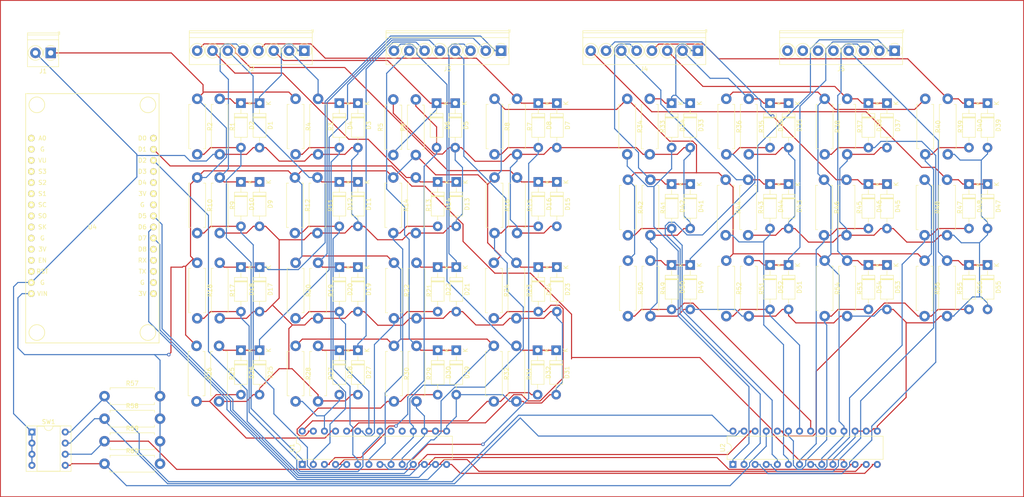
<source format=kicad_pcb>
(kicad_pcb (version 20240108) (generator "pcbnew") (generator_version "8.0")
  (layers (0 "F.Cu" signal) (31 "B.Cu" signal) (34 "B.Paste" user) (35 "F.Paste" user) (36 "B.SilkS" user "B.Silkscreen") (37 "F.SilkS" user "F.Silkscreen") (38 "B.Mask" user) (39 "F.Mask" user) (44 "Edge.Cuts" user))
  (net 0 "")
  (net 1 "/Sensor_1")
  (net 2 "/GND")
  (net 3 "Net-(D2-A)")
  (net 4 "/Sensor_2")
  (net 5 "Net-(D4-A)")
  (net 6 "/Sensor_3")
  (net 7 "Net-(D6-A)")
  (net 8 "/Sensor_4")
  (net 9 "Net-(D8-A)")
  (net 10 "/Sensor_5")
  (net 11 "Net-(D10-A)")
  (net 12 "/Sensor_6")
  (net 13 "Net-(D12-A)")
  (net 14 "/Sensor_7")
  (net 15 "Net-(D14-A)")
  (net 16 "/Sensor_8")
  (net 17 "Net-(D16-A)")
  (net 18 "/Sensor_9")
  (net 19 "Net-(D18-A)")
  (net 20 "/Sensor_10")
  (net 21 "Net-(D20-A)")
  (net 22 "/Sensor_11")
  (net 23 "Net-(D22-A)")
  (net 24 "/Sensor_12")
  (net 25 "Net-(D24-A)")
  (net 26 "/Sensor_13")
  (net 27 "Net-(D26-A)")
  (net 28 "/Sensor_14")
  (net 29 "Net-(D28-A)")
  (net 30 "/Sensor_15")
  (net 31 "Net-(D30-A)")
  (net 32 "/Sensor_16")
  (net 33 "Net-(D32-A)")
  (net 34 "/Sensor_17")
  (net 35 "Net-(D34-A)")
  (net 36 "/Sensor_18")
  (net 37 "Net-(D36-A)")
  (net 38 "/Sensor_19")
  (net 39 "Net-(D38-A)")
  (net 40 "/Sensor_20")
  (net 41 "Net-(D40-A)")
  (net 42 "/Sensor_21")
  (net 43 "Net-(D42-A)")
  (net 44 "/Sensor_22")
  (net 45 "Net-(D44-A)")
  (net 46 "/Sensor_23")
  (net 47 "Net-(D46-A)")
  (net 48 "/Sensor_24")
  (net 49 "Net-(D48-A)")
  (net 50 "/Sensor_25")
  (net 51 "Net-(D50-A)")
  (net 52 "/Sensor_26")
  (net 53 "Net-(D52-A)")
  (net 54 "/Sensor_27")
  (net 55 "Net-(D54-A)")
  (net 56 "/Sensor_28")
  (net 57 "Net-(D56-A)")
  (net 58 "/Sensor_29")
  (net 59 "/Sensor_30")
  (net 60 "/Sensor_31")
  (net 61 "/Sensor_32")
  (net 62 "/5V")
  (net 63 "Net-(U1-SO)")
  (net 65 "Net-(U1-SI)")
  (net 66 "Net-(U2-~{CS})")
  (net 67 "Net-(U1-~{CS})")
  (net 68 "Net-(U1-SCK)")
  (net 71 "Net-(U2-GPA7)")
  (net 72 "Net-(U2-GPA6)")
  (net 73 "Net-(U2-GPA5)")
  (net 74 "Net-(U2-GPA4)")
  (footprint "Diode_THT:D_DO-41_SOD81_P10.16mm_Horizontal" (layer "F.Cu") (at 153.6 98 -90)
    (property "Reference" "D31")
    (property "Value" "D_Zener")
  )
  (footprint "Diode_THT:D_DO-41_SOD81_P10.16mm_Horizontal" (layer "F.Cu") (at 130.75 59.5 -90)
    (property "Reference" "D13")
    (property "Value" "D_Zener")
  )
  (footprint "Resistor_THT:R_Axial_DIN0411_L9.9mm_D3.6mm_P12.70mm_Horizontal" (layer "F.Cu") (at 139.5 40.5 -90)
    (property "Reference" "R8")
    (property "Value" "100k")
  )
  (footprint "Resistor_THT:R_Axial_DIN0411_L9.9mm_D3.6mm_P12.70mm_Horizontal" (layer "F.Cu") (at 76.65 78 -90)
    (property "Reference" "R17")
    (property "Value" "1k")
  )
  (footprint "Diode_THT:D_DO-41_SOD81_P10.16mm_Horizontal" (layer "F.Cu") (at 104 98 -90)
    (property "Reference" "D28")
    (property "Value" "1N4001")
  )
  (footprint "Resistor_THT:R_Axial_DIN0411_L9.9mm_D3.6mm_P12.70mm_Horizontal" (layer "F.Cu") (at 99.15 97 -90)
    (property "Reference" "R27")
    (property "Value" "1k")
  )
  (footprint "Resistor_THT:R_Axial_DIN0411_L9.9mm_D3.6mm_P12.70mm_Horizontal" (layer "F.Cu") (at 50.3 108.5)
    (property "Reference" "R57")
    (property "Value" "100k")
  )
  (footprint "Resistor_THT:R_Axial_DIN0411_L9.9mm_D3.6mm_P12.70mm_Horizontal" (layer "F.Cu") (at 215 77.5 -90)
    (property "Reference" "R54")
    (property "Value" "100k")
  )
  (footprint "ESP8266:NodeMCU-LoLinV3" (layer "F.Cu") (at 47.53 69.82)
    (property "Reference" "U4")
    (property "Value" "NodeMCU1.0(ESP-12E)")
  )
  (footprint "Diode_THT:D_DO-41_SOD81_P10.16mm_Horizontal" (layer "F.Cu") (at 180 41.5 -90)
    (property "Reference" "D34")
    (property "Value" "1N4001")
  )
  (footprint "Diode_THT:D_DO-41_SOD81_P10.16mm_Horizontal" (layer "F.Cu") (at 229.25 41.5 -90)
    (property "Reference" "D37")
    (property "Value" "D_Zener")
  )
  (footprint "Resistor_THT:R_Axial_DIN0411_L9.9mm_D3.6mm_P12.70mm_Horizontal" (layer "F.Cu") (at 170 59 -90)
    (property "Reference" "R42")
    (property "Value" "100k")
  )
  (footprint "TerminalBlock_Phoenix:TerminalBlock_Phoenix_PT-1,5-2-3.5-H_1x02_P3.50mm_Horizontal" (layer "F.Cu") (at 38 30 180)
    (property "Reference" "J1")
    (property "Value" "Conn_01x02_Pin")
  )
  (footprint "Package_DIP:DIP-28_W7.62mm" (layer "F.Cu") (at 194.02 124.12 90)
    (property "Reference" "U2")
    (property "Value" "MCP23S17_SP")
  )
  (footprint "Resistor_THT:R_Axial_DIN0411_L9.9mm_D3.6mm_P12.70mm_Horizontal" (layer "F.Cu") (at 220 59 -90)
    (property "Reference" "R45")
    (property "Value" "1k")
  )
  (footprint "Resistor_THT:R_Axial_DIN0411_L9.9mm_D3.6mm_P12.70mm_Horizontal" (layer "F.Cu") (at 94 40.5 -90)
    (property "Reference" "R4")
    (property "Value" "100k")
  )
  (footprint "Diode_THT:D_DO-41_SOD81_P10.16mm_Horizontal" (layer "F.Cu") (at 81.5 98 -90)
    (property "Reference" "D26")
    (property "Value" "1N4001")
  )
  (footprint "Resistor_THT:R_Axial_DIN0411_L9.9mm_D3.6mm_P12.70mm_Horizontal" (layer "F.Cu") (at 215 40.5 -90)
    (property "Reference" "R38")
    (property "Value" "100k")
  )
  (footprint "Diode_THT:D_DO-41_SOD81_P10.16mm_Horizontal" (layer "F.Cu") (at 126.25 41.5 -90)
    (property "Reference" "D6")
    (property "Value" "1N4001")
  )
  (footprint "Diode_THT:D_DO-41_SOD81_P10.16mm_Horizontal" (layer "F.Cu") (at 104 59.5 -90)
    (property "Reference" "D12")
    (property "Value" "1N4001")
  )
  (footprint "Resistor_THT:R_Axial_DIN0411_L9.9mm_D3.6mm_P12.70mm_Horizontal" (layer "F.Cu") (at 243 59 -90)
    (property "Reference" "R47")
    (property "Value" "1k")
  )
  (footprint "Resistor_THT:R_Axial_DIN0411_L9.9mm_D3.6mm_P12.70mm_Horizontal" (layer "F.Cu") (at 71.5 78 -90)
    (property "Reference" "R18")
    (property "Value" "100k")
  )
  (footprint "Diode_THT:D_DO-41_SOD81_P10.16mm_Horizontal" (layer "F.Cu") (at 85.75 41.5 -90)
    (property "Reference" "D1")
    (property "Value" "D_Zener")
  )
  (footprint "Resistor_THT:R_Axial_DIN0411_L9.9mm_D3.6mm_P12.70mm_Horizontal" (layer "F.Cu") (at 169.85 40.5 -90)
    (property "Reference" "R34")
    (property "Value" "100k")
  )
  (footprint "Resistor_THT:R_Axial_DIN0411_L9.9mm_D3.6mm_P12.70mm_Horizontal" (layer "F.Cu") (at 144.65 58.5 -90)
    (property "Reference" "R15")
    (property "Value" "1k")
  )
  (footprint "Package_DIP:DIP-28_W7.62mm" (layer "F.Cu") (at 95.52 124.12 90)
    (property "Reference" "U1")
    (property "Value" "MCP23S17_SP")
  )
  (footprint "Resistor_THT:R_Axial_DIN0411_L9.9mm_D3.6mm_P12.70mm_Horizontal" (layer "F.Cu") (at 192.5 77.5 -90)
    (property "Reference" "R52")
    (property "Value" "100k")
  )
  (footprint "Resistor_THT:R_Axial_DIN0411_L9.9mm_D3.6mm_P12.70mm_Horizontal" (layer "F.Cu") (at 175 40.5 -90)
    (property "Reference" "R33")
    (property "Value" "1k")
  )
  (footprint "Resistor_THT:R_Axial_DIN0411_L9.9mm_D3.6mm_P12.70mm_Horizontal" (layer "F.Cu") (at 220.15 77.5 -90)
    (property "Reference" "R53")
    (property "Value" "1k")
  )
  (footprint "Resistor_THT:R_Axial_DIN0411_L9.9mm_D3.6mm_P12.70mm_Horizontal" (layer "F.Cu") (at 71.35 97 -90)
    (property "Reference" "R26")
    (property "Value" "100k")
  )
  (footprint "Resistor_THT:R_Axial_DIN0411_L9.9mm_D3.6mm_P12.70mm_Horizontal" (layer "F.Cu") (at 93.85 58.5 -90)
    (property "Reference" "R12")
    (property "Value" "100k")
  )
  (footprint "Resistor_THT:R_Axial_DIN0411_L9.9mm_D3.6mm_P12.70mm_Horizontal" (layer "F.Cu") (at 76.65 58.5 -90)
    (property "Reference" "R9")
    (property "Value" "1k")
  )
  (footprint "Diode_THT:D_DO-41_SOD81_P10.16mm_Horizontal" (layer "F.Cu") (at 149.5 79 -90)
    (property "Reference" "D24")
    (property "Value" "1N4001")
  )
  (footprint "Diode_THT:D_DO-41_SOD81_P10.16mm_Horizontal" (layer "F.Cu") (at 206.75 41.5 -90)
    (property "Reference" "D35")
    (property "Value" "D_Zener")
  )
  (footprint "Resistor_THT:R_Axial_DIN0411_L9.9mm_D3.6mm_P12.70mm_Horizontal" (layer "F.Cu") (at 192.35 59 -90)
    (property "Reference" "R44")
    (property "Value" "100k")
  )
  (footprint "TerminalBlock_Phoenix:TerminalBlock_Phoenix_PT-1,5-8-3.5-H_1x08_P3.50mm_Horizontal" (layer "F.Cu") (at 96 29.5 180)
    (property "Reference" "J2")
    (property "Value" "Conn_01x08_Pin")
  )
  (footprint "Diode_THT:D_DO-41_SOD81_P10.16mm_Horizontal" (layer "F.Cu") (at 225 60 -90)
    (property "Reference" "D46")
    (property "Value" "1N4001")
  )
  (footprint "Resistor_THT:R_Axial_DIN0411_L9.9mm_D3.6mm_P12.70mm_Horizontal" (layer "F.Cu") (at 197.65 77.5 -90)
    (property "Reference" "R51")
    (property "Value" "1k")
  )
  (footprint "Resistor_THT:R_Axial_DIN0411_L9.9mm_D3.6mm_P12.70mm_Horizontal" (layer "F.Cu") (at 175.15 77.5 -90)
    (property "Reference" "R49")
    (property "Value" "1k")
  )
  (footprint "Resistor_THT:R_Axial_DIN0411_L9.9mm_D3.6mm_P12.70mm_Horizontal" (layer "F.Cu") (at 99.15 78 -90)
    (property "Reference" "R19")
    (property "Value" "1k")
  )
  (footprint "Resistor_THT:R_Axial_DIN0411_L9.9mm_D3.6mm_P12.70mm_Horizontal" (layer "F.Cu") (at 139.35 97 -90)
    (property "Reference" "R32")
    (property "Value" "100k")
  )
  (footprint "Diode_THT:D_DO-41_SOD81_P10.16mm_Horizontal" (layer "F.Cu") (at 108.25 98 -90)
    (property "Reference" "D27")
    (property "Value" "D_Zener")
  )
  (footprint "TerminalBlock_Phoenix:TerminalBlock_Phoenix_PT-1,5-8-3.5-H_1x08_P3.50mm_Horizontal" (layer "F.Cu") (at 231 29.5 180)
    (property "Reference" "J5")
    (property "Value" "Conn_01x08_Pin")
  )
  (footprint "Diode_THT:D_DO-41_SOD81_P10.16mm_Horizontal" (layer "F.Cu") (at 126.5 98 -90)
    (property "Reference" "D30")
    (property "Value" "1N4001")
  )
  (footprint "Diode_THT:D_DO-41_SOD81_P10.16mm_Horizontal" (layer "F.Cu") (at 248 78.5 -90)
    (property "Reference" "D56")
    (property "Value" "1N4001")
  )
  (footprint "Diode_THT:D_DO-41_SOD81_P10.16mm_Horizontal" (layer "F.Cu") (at 252.25 78.5 -90)
    (property "Reference" "D55")
    (property "Value" "D_Zener")
  )
  (footprint "Diode_THT:D_DO-41_SOD81_P10.16mm_Horizontal" (layer "F.Cu") (at 153.75 59.5 -90)
    (property "Reference" "D15")
    (property "Value" "D_Zener")
  )
  (footprint "Diode_THT:D_DO-41_SOD81_P10.16mm_Horizontal" (layer "F.Cu") (at 229.25 60 -90)
    (property "Reference" "D45")
    (property "Value" "D_Zener")
  )
  (footprint "Diode_THT:D_DO-41_SOD81_P10.16mm_Horizontal" (layer "F.Cu") (at 149.35 98 -90)
    (property "Reference" "D32")
    (property "Value" "1N4001")
  )
  (footprint "Diode_THT:D_DO-41_SOD81_P10.16mm_Horizontal" (layer "F.Cu") (at 225 41.5 -90)
    (property "Reference" "D38")
    (property "Value" "1N4001")
  )
  (footprint "Diode_THT:D_DO-41_SOD81_P10.16mm_Horizontal" (layer "F.Cu") (at 206.75 78.5 -90)
    (property "Reference" "D51")
    (property "Value" "D_Zener")
  )
  (footprint "TerminalBlock_Phoenix:TerminalBlock_Phoenix_PT-1,5-8-3.5-H_1x08_P3.50mm_Horizontal" (layer "F.Cu") (at 141 29.5 180)
    (property "Reference" "J3")
    (property "Value" "Conn_01x08_Pin")
  )
  (footprint "Diode_THT:D_DO-41_SOD81_P10.16mm_Horizontal" (layer "F.Cu") (at 248 41.5 -90)
    (property "Reference" "D40")
    (property "Value" "1N4001")
  )
  (footprint "Diode_THT:D_DO-41_SOD81_P10.16mm_Horizontal" (layer "F.Cu") (at 202.5 60 -90)
    (property "Reference" "D44")
    (property "Value" "1N4001")
  )
  (footprint "Diode_THT:D_DO-41_SOD81_P10.16mm_Horizontal" (layer "F.Cu") (at 180 60 -90)
    (property "Reference" "D42")
    (property "Value" "1N4001")
  )
  (footprint "Resistor_THT:R_Axial_DIN0411_L9.9mm_D3.6mm_P12.70mm_Horizontal" (layer "F.Cu") (at 116.5 78 -90)
    (property "Reference" "R22")
    (property "Value" "100k")
  )
  (footprint "Diode_THT:D_DO-41_SOD81_P10.16mm_Horizontal" (layer "F.Cu") (at 108.25 79 -90)
    (property "Reference" "D19")
    (property "Value" "D_Zener")
  )
  (footprint "Resistor_THT:R_Axial_DIN0411_L9.9mm_D3.6mm_P12.70mm_Horizontal" (layer "F.Cu") (at 50.3 113.65)
    (property "Reference" "R58")
    (property "Value" "100k")
  )
  (footprint "Resistor_THT:R_Axial_DIN0411_L9.9mm_D3.6mm_P12.70mm_Horizontal" (layer "F.Cu") (at 116.35 53.35 90)
    (property "Reference" "R5")
    (property "Value" "1k")
  )
  (footprint "Resistor_THT:R_Axial_DIN0411_L9.9mm_D3.6mm_P12.70mm_Horizontal" (layer "F.Cu") (at 139.5 58.5 -90)
    (property "Reference" "R16")
    (property "Value" "100k")
  )
  (footprint "Diode_THT:D_DO-41_SOD81_P10.16mm_Horizontal" (layer "F.Cu") (at 126.5 59.5 -90)
    (property "Reference" "D14")
    (property "Value" "1N4001")
  )
  (footprint "Resistor_THT:R_Axial_DIN0411_L9.9mm_D3.6mm_P12.70mm_Horizontal" (layer "F.Cu") (at 99 58.5 -90)
    (property "Reference" "R11")
    (property "Value" "1k")
  )
  (footprint "Resistor_THT:R_Axial_DIN0411_L9.9mm_D3.6mm_P12.70mm_Horizontal" (layer "F.Cu") (at 121.5 53.35 90)
    (property "Reference" "R6")
    (property "Value" "100k")
  )
  (footprint "Package_DIP:DIP-8_W7.62mm_Socket" (layer "F.Cu") (at 33.7 116.7)
    (property "Reference" "SW1")
    (property "Value" "SW_DIP_x04")
  )
  (footprint "Resistor_THT:R_Axial_DIN0411_L9.9mm_D3.6mm_P12.70mm_Horizontal" (layer "F.Cu") (at 116.35 58.5 -90)
    (property "Reference" "R14")
    (property "Value" "100k")
  )
  (footprint "Resistor_THT:R_Axial_DIN0411_L9.9mm_D3.6mm_P12.70mm_Horizontal" (layer "F.Cu") (at 192.5 40.5 -90)
    (property "Reference" "R36")
    (property "Value" "100k")
  )
  (footprint "Resistor_THT:R_Axial_DIN0411_L9.9mm_D3.6mm_P12.70mm_Horizontal" (layer "F.Cu") (at 220.15 40.5 -90)
    (property "Reference" "R37")
    (property "Value" "1k")
  )
  (footprint "Resistor_THT:R_Axial_DIN0411_L9.9mm_D3.6mm_P12.70mm_Horizontal" (layer "F.Cu") (at 144.5 78 -90)
    (property "Reference" "R23")
    (property "Value" "1k")
  )
  (footprint "Diode_THT:D_DO-41_SOD81_P10.16mm_Horizontal" (layer "F.Cu") (at 149.5 41.5 -90)
    (property "Reference" "D8")
    (property "Value" "1N4001")
  )
  (footprint "Resistor_THT:R_Axial_DIN0411_L9.9mm_D3.6mm_P12.70mm_Horizontal" (layer "F.Cu") (at 116.5 97 -90)
    (property "Reference" "R30")
    (property "Value" "100k")
  )
  (footprint "Diode_THT:D_DO-41_SOD81_P10.16mm_Horizontal" (layer "F.Cu") (at 184.25 41.5 -90)
    (property "Reference" "D33")
    (property "Value" "D_Zener")
  )
  (footprint "Diode_THT:D_DO-41_SOD81_P10.16mm_Horizontal" (layer "F.Cu") (at 229.25 78.5 -90)
    (property "Reference" "D53")
    (property "Value" "D_Zener")
  )
  (footprint "Diode_THT:D_DO-41_SOD81_P10.16mm_Horizontal" (layer "F.Cu") (at 130.75 79 -90)
    (property "Reference" "D21")
    (property "Value" "D_Zener")
  )
  (footprint "Resistor_THT:R_Axial_DIN0411_L9.9mm_D3.6mm_P12.70mm_Horizontal" (layer "F.Cu") (at 76.5 97 -90)
    (property "Reference" "R25")
    (property "Value" "1k")
  )
  (footprint "Resistor_THT:R_Axial_DIN0411_L9.9mm_D3.6mm_P12.70mm_Horizontal" (layer "F.Cu") (at 144.5 97 -90)
    (property "Reference" "R31")
    (property "Value" "1k")
  )
  (footprint "Resistor_THT:R_Axial_DIN0411_L9.9mm_D3.6mm_P12.70mm_Horizontal" (layer "F.Cu") (at 170 77.5 -90)
    (property "Reference" "R50")
    (property "Value" "100k")
  )
  (footprint "Diode_THT:D_DO-41_SOD81_P10.16mm_Horizontal" (layer "F.Cu") (at 81.5 59.5 -90)
    (property "Reference" "D10")
    (property "Value" "1N4001")
  )
  (footprint "Resistor_THT:R_Axial_DIN0411_L9.9mm_D3.6mm_P12.70mm_Horizontal" (layer "F.Cu") (at 139.35 78 -90)
    (property "Reference" "R24")
    (property "Value" "100k")
  )
  (footprint "Resistor_THT:R_Axial_DIN0411_L9.9mm_D3.6mm_P12.70mm_Horizontal" (layer "F.Cu") (at 50.3 118.8)
    (property "Reference" "R59")
    (property "Value" "100k")
  )
  (footprint "Diode_THT:D_DO-41_SOD81_P10.16mm_Horizontal" (layer "F.Cu") (at 153.75 79 -90)
    (property "Reference" "D23")
    (property "Value" "D_Zener")
  )
  (footprint "Diode_THT:D_DO-41_SOD81_P10.16mm_Horizontal" (layer "F.Cu") (at 206.75 60 -90)
    (property "Reference" "D43")
    (property "Value" "D_Zener")
  )
  (footprint "Resistor_THT:R_Axial_DIN0411_L9.9mm_D3.6mm_P12.70mm_Horizontal" (layer "F.Cu") (at 237.85 59 -90)
    (property "Reference" "R48")
    (property "Value" "100k")
  )
  (footprint "Resistor_THT:R_Axial_DIN0411_L9.9mm_D3.6mm_P12.70mm_Horizontal" (layer "F.Cu") (at 94 97 -90)
    (property "Reference" "R28")
    (property "Value" "100k")
  )
  (footprint "Diode_THT:D_DO-41_SOD81_P10.16mm_Horizontal" (layer "F.Cu") (at 85.75 79 -90)
    (property "Reference" "D17")
    (property "Value" "D_Zener")
  )
  (footprint "Resistor_THT:R_Axial_DIN0411_L9.9mm_D3.6mm_P12.70mm_Horizontal" (layer "F.Cu") (at 71.5 40.5 -90)
    (property "Reference" "R2")
    (property "Value" "100k")
  )
  (footprint "Resistor_THT:R_Axial_DIN0411_L9.9mm_D3.6mm_P12.70mm_Horizontal" (layer "F.Cu") (at 50.3 123.95)
    (property "Reference" "R60")
    (property "Value" "100k")
  )
  (footprint "Resistor_THT:R_Axial_DIN0411_L9.9mm_D3.6mm_P12.70mm_Horizontal" (layer "F.Cu") (at 121.65 78 -90)
    (property "Reference" "R21")
    (property "Value" "1k")
  )
  (footprint "Resistor_THT:R_Axial_DIN0411_L9.9mm_D3.6mm_P12.70mm_Horizontal" (layer "F.Cu") (at 71.5 58.5 -90)
    (property "Reference" "R10")
    (property "Value" "100k")
  )
  (footprint "Diode_THT:D_DO-41_SOD81_P10.16mm_Horizontal" (layer "F.Cu") (at 130.75 98 -90)
    (property "Reference" "D29")
    (property "Value" "D_Zener")
  )
  (footprint "Resistor_THT:R_Axial_DIN0411_L9.9mm_D3.6mm_P12.70mm_Horizontal" (layer "F.Cu") (at 121.5 58.5 -90)
    (property "Reference" "R13")
    (property "Value" "1k")
  )
  (footprint "Diode_THT:D_DO-41_SOD81_P10.16mm_Horizontal" (layer "F.Cu") (at 81.5 79 -90)
    (property "Reference" "D18")
    (property "Value" "1N4001")
  )
  (footprint "Diode_THT:D_DO-41_SOD81_P10.16mm_Horizontal" (layer "F.Cu") (at 202.5 41.5 -90)
    (property "Reference" "D36")
    (property "Value" "1N4001")
  )
  (footprint "Diode_THT:D_DO-41_SOD81_P10.16mm_Horizontal" (layer "F.Cu") (at 180 78.5 -90)
    (property "Reference" "D50")
    (property "Value" "1N4001")
  )
  (footprint "Diode_THT:D_DO-41_SOD81_P10.16mm_Horizontal" (layer "F.Cu") (at 248 60 -90)
    (property "Reference" "D48")
    (property "Value" "1N4001")
  )
  (footprint "Resistor_THT:R_Axial_DIN0411_L9.9mm_D3.6mm_P12.70mm_Horizontal" (layer "F.Cu") (at 144.65 40.5 -90)
    (property "Reference" "R7")
    (property "Value" "1k")
  )
  (footprint "Diode_THT:D_DO-41_SOD81_P10.16mm_Horizontal" (layer "F.Cu") (at 81.5 41.5 -90)
    (property "Reference" "D2")
    (property "Value" "1N4001")
  )
  (footprint "Diode_THT:D_DO-41_SOD81_P10.16mm_Horizontal" (layer "F.Cu") (at 184.25 78.5 -90)
    (property "Reference" "D49")
    (property "Value" "D_Zener")
  )
  (footprint "TerminalBlock_Phoenix:TerminalBlock_Phoenix_PT-1,5-8-3.5-H_1x08_P3.50mm_Horizontal" (layer "F.Cu") (at 186 29.5 180)
    (property "Reference" "J4")
    (property "Value" "Conn_01x08_Pin")
  )
  (footprint "Resistor_THT:R_Axial_DIN0411_L9.9mm_D3.6mm_P12.70mm_Horizontal" (layer "F.Cu") (at 238 40.5 -90)
    (property "Reference" "R40")
    (property "Value" "100k")
  )
  (footprint "Diode_THT:D_DO-41_SOD81_P10.16mm_Horizontal" (layer "F.Cu") (at 130.5 41.5 -90)
    (property "Reference" "D5")
    (property "Value" "D_Zener")
  )
  (footprint "Diode_THT:D_DO-41_SOD81_P10.16mm_Horizontal" (layer "F.Cu") (at 108.25 59.5 -90)
    (property "Reference" "D11")
    (property "Value" "D_Zener")
  )
  (footprint "Diode_THT:D_DO-41_SOD81_P10.16mm_Horizontal" (layer "F.Cu") (at 104 41.5 -90)
    (property "Reference" "D4")
    (property "Value" "1N4001")
  )
  (footprint "Resistor_THT:R_Axial_DIN0411_L9.9mm_D3.6mm_P12.70mm_Horizontal" (layer "F.Cu") (at 197.65 40.5 -90)
    (property "Reference" "R35")
    (property "Value" "1k")
  )
  (footprint "Diode_THT:D_DO-41_SOD81_P10.16mm_Horizontal" (layer "F.Cu") (at 252.25 60 -90)
    (property "Reference" "D47")
    (property "Value" "D_Zener")
  )
  (footprint "Resistor_THT:R_Axial_DIN0411_L9.9mm_D3.6mm_P12.70mm_Horizontal" (layer "F.Cu") (at 121.65 97 -90)
    (property "Reference" "R29")
    (property "Value" "1k")
  )
  (footprint "Resistor_THT:R_Axial_DIN0411_L9.9mm_D3.6mm_P12.70mm_Horizontal" (layer "F.Cu") (at 76.65 40.5 -90)
    (property "Reference" "R1")
    (property "Value" "1k")
  )
  (footprint "Diode_THT:D_DO-41_SOD81_P10.16mm_Horizontal" (layer "F.Cu") (at 85.75 98 -90)
    (property "Reference" "D25")
    (property "Value" "D_Zener")
  )
  (footprint "Diode_THT:D_DO-41_SOD81_P10.16mm_Horizontal" (layer "F.Cu") (at 184.25 60 -90)
    (property "Reference" "D41")
    (property "Value" "D_Zener")
  )
  (footprint "Diode_THT:D_DO-41_SOD81_P10.16mm_Horizontal" (layer "F.Cu") (at 153.75 41.5 -90)
    (property "Reference" "D7")
    (property "Value" "D_Zener")
  )
  (footprint "Diode_THT:D_DO-41_SOD81_P10.16mm_Horizontal" (layer "F.Cu") (at 126.5 79 -90)
    (property "Reference" "D22")
    (property "Value" "1N4001")
  )
  (footprint "Resistor_THT:R_Axial_DIN0411_L9.9mm_D3.6mm_P12.70mm_Horizontal" (layer "F.Cu") (at 214.85 59 -90)
    (property "Reference" "R46")
    (property "Value" "100k")
  )
  (footprint "Resistor_THT:R_Axial_DIN0411_L9.9mm_D3.6mm_P12.70mm_Horizontal" (layer "F.Cu") (at 175.15 59 -90)
    (property "Reference" "R41")
    (property "Value" "1k")
  )
  (footprint "Diode_THT:D_DO-41_SOD81_P10.16mm_Horizontal" (layer "F.Cu") (at 225 78.5 -90)
    (property "Reference" "D54")
    (property "Value" "1N4001")
  )
  (footprint "Resistor_THT:R_Axial_DIN0411_L9.9mm_D3.6mm_P12.70mm_Horizontal" (layer "F.Cu") (at 243.15 40.5 -90)
    (property "Reference" "R39")
    (property "Value" "1k")
  )
  (footprint "Resistor_THT:R_Axial_DIN0411_L9.9mm_D3.6mm_P12.70mm_Horizontal" (layer "F.Cu") (at 237.85 77.5 -90)
    (property "Reference" "R56")
    (property "Value" "100k")
  )
  (footprint "Resistor_THT:R_Axial_DIN0411_L9.9mm_D3.6mm_P12.70mm_Horizontal" (layer "F.Cu") (at 243 77.5 -90)
    (property "Reference" "R55")
    (property "Value" "1k")
  )
  (footprint "Diode_THT:D_DO-41_SOD81_P10.16mm_Horizontal" (layer "F.Cu") (at 85.75 59.5 -90)
    (property "Reference" "D9")
    (property "Value" "D_Zener")
  )
  (footprint "Diode_THT:D_DO-41_SOD81_P10.16mm_Horizontal" (layer "F.Cu") (at 104 79 -90)
    (property "Reference" "D20")
    (property "Value" "1N4001")
  )
  (footprint "Diode_THT:D_DO-41_SOD81_P10.16mm_Horizontal" (layer "F.Cu") (at 108.25 41.5 -90)
    (property "Reference" "D3")
    (property "Value" "D_Zener")
  )
  (footprint "Resistor_THT:R_Axial_DIN0411_L9.9mm_D3.6mm_P12.70mm_Horizontal" (layer "F.Cu") (at 94 78 -90)
    (property "Reference" "R20")
    (property "Value" "100k")
  )
  (footprint "Resistor_THT:R_Axial_DIN0411_L9.9mm_D3.6mm_P12.70mm_Horizontal" (layer "F.Cu") (at 197.5 59 -90)
    (property "Reference" "R43")
    (property "Value" "1k")
  )
  (footprint "Diode_THT:D_DO-41_SOD81_P10.16mm_Horizontal" (layer "F.Cu") (at 252.25 41.5 -90)
    (property "Reference" "D39")
    (property "Value" "D_Zener")
  )
  (footprint "Diode_THT:D_DO-41_SOD81_P10.16mm_Horizontal" (layer "F.Cu") (at 149.5 59.5 -90)
    (property "Reference" "D16")
    (property "Value" "1N4001")
  )
  (footprint "Diode_THT:D_DO-41_SOD81_P10.16mm_Horizontal" (layer "F.Cu") (at 202.5 78.5 -90)
    (property "Reference" "D52")
    (property "Value" "1N4001")
  )
  (footprint "Resistor_THT:R_Axial_DIN0411_L9.9mm_D3.6mm_P12.70mm_Horizontal" (layer "F.Cu") (at 99.15 40.5 -90)
    (property "Reference" "R3")
    (property "Value" "1k")
  )
  (gr_rect (start 26.5 18) (end 260.5 131.5) (stroke (width 0.2)) (fill none) (layer "F.Cu"))
  (segment (start 80.0733 41.5) (end 79.0733 40.5) (width 0.25) (layer "F.Cu") (net 1))
  (segment (start 79.0733 40.5) (end 76.65 40.5) (width 0.25) (layer "F.Cu") (net 1))
  (segment (start 81.5 41.5) (end 80.0733 41.5) (width 0.25) (layer "F.Cu") (net 1))
  (segment (start 77.1148 40.0352) (end 76.65 40.5) (width 0.25) (layer "F.Cu") (net 1))
  (segment (start 85.75 41.5) (end 81.5 41.5) (width 0.25) (layer "F.Cu") (net 1))
  (segment (start 91.8766 27.9585) (end 90.75 29.0851) (width 0.25) (layer "B.Cu") (net 1))
  (segment (start 94.4733 29.3092) (end 93.1226 27.9585) (width 0.25) (layer "B.Cu") (net 1))
  (segment (start 94.4733 29.5) (end 94.4733 29.3092) (width 0.25) (layer "B.Cu") (net 1))
  (segment (start 85.75 40.0733) (end 85.75 41.5) (width 0.25) (layer "B.Cu") (net 1))
  (segment (start 93.1226 27.9585) (end 91.8766 27.9585) (width 0.25) (layer "B.Cu") (net 1))
  (segment (start 90.75 35.0733) (end 85.75 40.0733) (width 0.25) (layer "B.Cu") (net 1))
  (segment (start 96 29.5) (end 94.4733 29.5) (width 0.25) (layer "B.Cu") (net 1))
  (segment (start 90.75 29.0851) (end 90.75 35.0733) (width 0.25) (layer "B.Cu") (net 1))
  (segment (start 99.15 109.585) (end 99.15 108.173) (width 0.25) (layer "F.Cu") (net 2))
  (segment (start 208.177 70.16) (end 206.75 70.16) (width 0.25) (layer "F.Cu") (net 2))
  (segment (start 152.173 108.16) (end 153.6 108.16) (width 0.25) (layer "F.Cu") (net 2))
  (segment (start 95.9444 72.7289) (end 90.2456 72.7289) (width 0.25) (layer "F.Cu") (net 2))
  (segment (start 90.2642 54.7475) (end 87.1767 51.66) (width 0.25) (layer "F.Cu") (net 2))
  (segment (start 233.63 91.7267) (end 233.63 108.783) (width 0.25) (layer "F.Cu") (net 2))
  (segment (start 206.75 51.66) (end 205.323 51.66) (width 0.25) (layer "F.Cu") (net 2))
  (segment (start 93.2825 92.2267) (end 96.0966 92.2267) (width 0.25) (layer "F.Cu") (net 2))
  (segment (start 84.3233 51.66) (end 82.7833 53.2) (width 0.25) (layer "F.Cu") (net 2))
  (segment (start 106.823 51.66) (end 105.283 53.2) (width 0.25) (layer "F.Cu") (net 2))
  (segment (start 181.283 53.2) (end 175 53.2) (width 0.25) (layer "F.Cu") (net 2))
  (segment (start 97.6233 53.2) (end 96.0758 54.7475) (width 0.25) (layer "F.Cu") (net 2))
  (segment (start 130.75 89.16) (end 129.323 89.16) (width 0.25) (layer "F.Cu") (net 2))
  (segment (start 144.5 109.7) (end 146.027 109.7) (width 0.25) (layer "F.Cu") (net 2))
  (segment (start 217.078 91.7458) (end 218.623 90.2) (width 0.25) (layer "F.Cu") (net 2))
  (segment (start 173.473 53.2) (end 171.933 51.66) (width 0.25) (layer "F.Cu") (net 2))
  (segment (start 131.927 51.66) (end 130.5 51.66) (width 0.25) (layer "F.Cu") (net 2))
  (segment (start 85.75 69.66) (end 84.3233 69.66) (width 0.25) (layer "F.Cu") (net 2))
  (segment (start 206.75 90.0867) (end 208.409 91.7458) (width 0.25) (layer "F.Cu") (net 2))
  (segment (start 205.323 70.16) (end 203.783 71.7) (width 0.25) (layer "F.Cu") (net 2))
  (segment (start 203.783 71.7) (end 197.5 71.7) (width 0.25) (layer "F.Cu") (net 2))
  (segment (start 153.75 69.66) (end 152.323 69.66) (width 0.25) (layer "F.Cu") (net 2))
  (segment (start 88.6963 87.6404) (end 87.1767 89.16) (width 0.25) (layer "F.Cu") (net 2))
  (segment (start 99.1515 109.587) (end 99.15 109.585) (width 0.25) (layer "F.Cu") (net 2))
  (segment (start 112.743 72.7267) (end 118.447 72.7267) (width 0.25) (layer "F.Cu") (net 2))
  (segment (start 181.283 90.2) (end 175.15 90.2) (width 0.25) (layer "F.Cu") (net 2))
  (segment (start 109.677 89.16) (end 108.25 89.16) (width 0.25) (layer "F.Cu") (net 2))
  (segment (start 92.464 102.221) (end 90.2619 102.221) (width 0.25) (layer "F.Cu") (net 2))
  (segment (start 203.783 90.2) (end 197.65 90.2) (width 0.25) (layer "F.Cu") (net 2))
  (segment (start 241.473 90.2) (end 243 90.2) (width 0.25) (layer "F.Cu") (net 2))
  (segment (start 108.25 89.16) (end 106.823 89.16) (width 0.25) (layer "F.Cu") (net 2))
  (segment (start 90.2619 102.221) (end 85.75 106.733) (width 0.25) (layer "F.Cu") (net 2))
  (segment (start 129.073 51.66) (end 127.598 53.1352) (width 0.25) (layer "F.Cu") (net 2))
  (segment (start 152.323 51.66) (end 150.783 53.2) (width 0.25) (layer "F.Cu") (net 2))
  (segment (start 182.823 70.16) (end 181.283 71.7) (width 0.25) (layer "F.Cu") (net 2))
  (segment (start 233.63 108.783) (end 227.04 115.373) (width 0.25) (layer "F.Cu") (net 2))
  (segment (start 82.7833 71.2) (end 76.65 71.2) (width 0.25) (layer "F.Cu") (net 2))
  (segment (start 142.973 90.7) (end 144.5 90.7) (width 0.25) (layer "F.Cu") (net 2))
  (segment (start 150.783 90.7) (end 144.5 90.7) (width 0.25) (layer "F.Cu") (net 2))
  (segment (start 146.027 109.7) (end 146.387 110.06) (width 0.25) (layer "F.Cu") (net 2))
  (segment (start 227.823 51.66) (end 226.283 53.2) (width 0.25) (layer "F.Cu") (net 2))
  (segment (start 108.25 51.66) (end 106.823 51.66) (width 0.25) (layer "F.Cu") (net 2))
  (segment (start 96.0966 92.2267) (end 97.6233 90.7) (width 0.25) (layer "F.Cu") (net 2))
  (segment (start 152.323 69.66) (end 150.783 71.2) (width 0.25) (layer "F.Cu") (net 2))
  (segment (start 99 71.2) (end 97.4733 71.2) (width 0.25) (layer "F.Cu") (net 2))
  (segment (start 118.532 92.2912) (end 112.808 92.2912) (width 0.25) (layer "F.Cu") (net 2))
  (segment (start 84.3233 89.16) (end 82.7833 90.7) (width 0.25) (layer "F.Cu") (net 2))
  (segment (start 239.947 91.7267) (end 241.473 90.2) (width 0.25) (layer "F.Cu") (net 2))
  (segment (start 82.7833 109.7) (end 76.5 109.7) (width 0.25) (layer "F.Cu") (net 2))
  (segment (start 88.6963 87.6404) (end 93.2825 92.2267) (width 0.25) (layer "F.Cu") (net 2))
  (segment (start 239.901 73.2725) (end 241.473 71.7) (width 0.25) (layer "F.Cu") (net 2))
  (segment (start 99.15 108.173) (end 93.1981 102.221) (width 0.25) (layer "F.Cu") (net 2))
  (segment (start 129.323 69.66) (end 127.783 71.2) (width 0.25) (layer "F.Cu") (net 2))
  (segment (start 229.25 70.16) (end 230.677 70.16) (width 0.25) (layer "F.Cu") (net 2))
  (segment (start 105.397 109.587) (end 99.1515 109.587) (width 0.25) (layer "F.Cu") (net 2))
  (segment (start 116.35 43.8002) (end 116.35 40.65) (width 0.25) (layer "F.Cu") (net 2))
  (segment (start 106.823 108.16) (end 105.397 109.587) (width 0.25) (layer "F.Cu") (net 2))
  (segment (start 106.823 89.16) (end 105.283 90.7) (width 0.25) (layer "F.Cu") (net 2))
  (segment (start 82.7833 90.7) (end 76.65 90.7) (width 0.25) (layer "F.Cu") (net 2))
  (segment (start 205.323 51.66) (end 203.783 53.2) (width 0.25) (layer "F.Cu") (net 2))
  (segment (start 229.25 51.66) (end 227.823 51.66) (width 0.25) (layer "F.Cu") (net 2))
  (segment (start 216.904 73.2693) (end 211.286 73.2693) (width 0.25) (layer "F.Cu") (net 2))
  (segment (start 99.15 109.7) (end 99.15 109.585) (width 0.25) (layer "F.Cu") (net 2))
  (segment (start 220 71.7) (end 226.283 71.7) (width 0.25) (layer "F.Cu") (net 2))
  (segment (start 123.46 116.5) (end 126 116.5) (width 0.25) (layer "F.Cu") (net 2))
  (segment (start 128.54 116.5) (end 126 116.5) (width 0.25) (layer "F.Cu") (net 2))
  (segment (start 143.123 53.2) (end 141.542 54.7812) (width 0.25) (layer "F.Cu") (net 2))
  (segment (start 206.75 88.66) (end 205.323 88.66) (width 0.25) (layer "F.Cu") (net 2))
  (segment (start 84.3233 108.16) (end 82.7833 109.7) (width 0.25) (layer "F.Cu") (net 2))
  (segment (start 226.283 53.2) (end 220.15 53.2) (width 0.25) (layer "F.Cu") (net 2))
  (segment (start 106.823 69.66) (end 105.283 71.2) (width 0.25) (layer "F.Cu") (net 2))
  (segment (start 141.542 54.7812) (end 135.048 54.7812) (width 0.25) (layer "F.Cu") (net 2))
  (segment (start 211.286 73.2693) (end 208.177 70.16) (width 0.25) (layer "F.Cu") (net 2))
  (segment (start 118.447 72.7267) (end 119.973 71.2) (width 0.25) (layer "F.Cu") (net 2))
  (segment (start 233.63 91.6134) (end 233.63 91.7267) (width 0.25) (layer "F.Cu") (net 2))
  (segment (start 85.75 89.16) (end 84.3233 89.16) (width 0.25) (layer "F.Cu") (net 2))
  (segment (start 85.75 51.66) (end 84.3233 51.66) (width 0.25) (layer "F.Cu") (net 2))
  (segment (start 150.783 53.2) (end 144.65 53.2) (width 0.25) (layer "F.Cu") (net 2))
  (segment (start 93.2825 92.2267) (end 92.464 93.0452) (width 0.25) (layer "F.Cu") (net 2))
  (segment (start 87.1767 69.66) (end 85.75 69.66) (width 0.25) (layer "F.Cu") (net 2))
  (segment (start 224.5 116.5) (end 225.627 116.5) (width 0.25) (layer "F.Cu") (net 2))
  (segment (start 150.273 110.06) (end 152.173 108.16) (width 0.25) (layer "F.Cu") (net 2))
  (segment (start 120.123 90.7) (end 118.532 92.2912) (width 0.25) (layer "F.Cu") (net 2))
  (segment (start 153.75 89.16) (end 152.323 89.16) (width 0.25) (layer "F.Cu") (net 2))
  (segment (start 206.75 88.66) (end 206.75 90.0867) (width 0.25) (layer "F.Cu") (net 2))
  (segment (start 218.473 71.7) (end 216.904 73.2693) (width 0.25) (layer "F.Cu") (net 2))
  (segment (start 171.933 51.66) (end 153.75 51.66) (width 0.25) (layer "F.Cu") (net 2))
  (segment (start 182.823 51.66) (end 181.283 53.2) (width 0.25) (layer "F.Cu") (net 2))
  (segment (start 108.25 69.66) (end 106.823 69.66) (width 0.25) (layer "F.Cu") (net 2))
  (segment (start 221.96 116.5) (end 224.5 116.5) (width 0.25) (layer "F.Cu") (net 2))
  (segment (start 241.473 71.7) (end 243 71.7) (width 0.25) (layer "F.Cu") (net 2))
  (segment (start 150.783 71.2) (end 144.65 71.2) (width 0.25) (layer "F.Cu") (net 2))
  (segment (start 135.048 54.7812) (end 131.927 51.66) (width 0.25) (layer "F.Cu") (net 2))
  (segment (start 108.25 69.66) (end 109.677 69.66) (width 0.25) (layer "F.Cu") (net 2))
  (segment (start 82.7833 53.2) (end 76.65 53.2) (width 0.25) (layer "F.Cu") (net 2))
  (segment (start 226.19 115.937) (end 227.04 115.937) (width 0.25) (layer "F.Cu") (net 2))
  (segment (start 132.177 89.16) (end 135.243 92.2267) (width 0.25) (layer "F.Cu") (net 2))
  (segment (start 105.283 71.2) (end 99 71.2) (width 0.25) (layer "F.Cu") (net 2))
  (segment (start 227.823 70.16) (end 229.25 70.16) (width 0.25) (layer "F.Cu") (net 2))
  (segment (start 97.4733 71.2) (end 95.9444 72.7289) (width 0.25) (layer "F.Cu") (net 2))
  (segment (start 225.627 116.5) (end 226.19 115.937) (width 0.25) (layer "F.Cu") (net 2))
  (segment (start 90.2456 86.0911) (end 88.6963 87.6404) (width 0.25) (layer "F.Cu") (net 2))
  (segment (start 93.1981 102.221) (end 92.464 102.221) (width 0.25) (layer "F.Cu") (net 2))
  (segment (start 184.25 70.16) (end 182.823 70.16) (width 0.25) (layer "F.Cu") (net 2))
  (segment (start 230.677 88.66) (end 233.63 91.6134) (width 0.25) (layer "F.Cu") (net 2))
  (segment (start 181.283 71.7) (end 175.15 71.7) (width 0.25) (layer "F.Cu") (net 2))
  (segment (start 127.598 53.1352) (end 125.685 53.1352) (width 0.25) (layer "F.Cu") (net 2))
  (segment (start 90.2456 72.7289) (end 90.2456 86.0911) (width 0.25) (layer "F.Cu") (net 2))
  (segment (start 220 71.7) (end 218.473 71.7) (width 0.25) (layer "F.Cu") (net 2))
  (segment (start 233.789 73.2725) (end 239.901 73.2725) (width 0.25) (layer "F.Cu") (net 2))
  (segment (start 153.75 51.66) (end 152.323 51.66) (width 0.25) (layer "F.Cu") (net 2))
  (segment (start 112.808 92.2912) (end 109.677 89.16) (width 0.25) (layer "F.Cu") (net 2))
  (segment (start 119.973 71.2) (end 121.5 71.2) (width 0.25) (layer "F.Cu") (net 2))
  (segment (start 141.447 92.2267) (end 142.973 90.7) (width 0.25) (layer "F.Cu") (net 2))
  (segment (start 130.5 51.66) (end 129.073 51.66) (width 0.25) (layer "F.Cu") (net 2))
  (segment (start 87.1767 89.16) (end 85.75 89.16) (width 0.25) (layer "F.Cu") (net 2))
  (segment (start 99.15 53.2) (end 97.6233 53.2) (width 0.25) (layer "F.Cu") (net 2))
  (segment (start 218.623 90.2) (end 220.15 90.2) (width 0.25) (layer "F.Cu") (net 2))
  (segment (start 129.323 89.16) (end 127.783 90.7) (width 0.25) (layer "F.Cu") (net 2))
  (segment (start 97.6233 90.7) (end 99.15 90.7) (width 0.25) (layer "F.Cu") (net 2))
  (segment (start 205.323 88.66) (end 203.783 90.2) (width 0.25) (layer "F.Cu") (net 2))
  (segment (start 208.409 91.7458) (end 217.078 91.7458) (width 0.25) (layer "F.Cu") (net 2))
  (segment (start 182.823 88.66) (end 181.283 90.2) (width 0.25) (layer "F.Cu") (net 2))
  (segment (start 105.283 53.2) (end 99.15 53.2) (width 0.25) (layer "F.Cu") (net 2))
  (segment (start 203.783 53.2) (end 197.65 53.2) (width 0.25) (layer "F.Cu") (net 2))
  (segment (start 135.243 92.2267) (end 141.447 92.2267) (width 0.25) (layer "F.Cu") (net 2))
  (segment (start 184.25 88.66) (end 182.823 88.66) (width 0.25) (layer "F.Cu") (net 2))
  (segment (start 121.65 90.7) (end 120.123 90.7) (width 0.25) (layer "F.Cu") (net 2))
  (segment (start 84.3233 69.66) (end 82.7833 71.2) (width 0.25) (layer "F.Cu") (net 2))
  (segment (start 227.04 116.5) (end 227.04 115.937) (width 0.25) (layer "F.Cu") (net 2))
  (segment (start 233.63 91.7267) (end 239.947 91.7267) (width 0.25) (layer "F.Cu") (net 2))
  (segment (start 184.25 51.66) (end 182.823 51.66) (width 0.25) (layer "F.Cu") (net 2))
  (segment (start 229.25 88.66) (end 230.677 88.66) (width 0.25) (layer "F.Cu") (net 2))
  (segment (start 226.283 71.7) (end 227.823 70.16) (width 0.25) (layer "F.Cu") (net 2))
  (segment (start 85.75 108.16) (end 84.3233 108.16) (width 0.25) (layer "F.Cu") (net 2))
  (segment (start 125.685 53.1352) (end 116.35 43.8002) (width 0.25) (layer "F.Cu") (net 2))
  (segment (start 146.387 110.06) (end 150.273 110.06) (width 0.25) (layer "F.Cu") (net 2))
  (segment (start 105.283 90.7) (end 99.15 90.7) (width 0.25) (layer "F.Cu") (net 2))
  (segment (start 206.75 70.16) (end 205.323 70.16) (width 0.25) (layer "F.Cu") (net 2))
  (segment (start 152.323 89.16) (end 150.783 90.7) (width 0.25) (layer "F.Cu") (net 2))
  (segment (start 109.677 69.66) (end 112.743 72.7267) (width 0.25) (layer "F.Cu") (net 2))
  (segment (start 87.1767 51.66) (end 85.75 51.66) (width 0.25) (layer "F.Cu") (net 2))
  (segment (start 85.75 106.733) (end 85.75 108.16) (width 0.25) (layer "F.Cu") (net 2))
  (segment (start 127.783 90.7) (end 121.65 90.7) (width 0.25) (layer "F.Cu") (net 2))
  (segment (start 92.464 93.0452) (end 92.464 102.221) (width 0.25) (layer "F.Cu") (net 2))
  (segment (start 230.677 70.16) (end 233.789 73.2725) (width 0.25) (layer "F.Cu") (net 2))
  (segment (start 96.0758 54.7475) (end 90.2642 54.7475) (width 0.25) (layer "F.Cu") (net 2))
  (segment (start 130.75 89.16) (end 132.177 89.16) (width 0.25) (layer "F.Cu") (net 2))
  (segment (start 227.04 115.373) (end 227.04 115.937) (width 0.25) (layer "F.Cu") (net 2))
  (segment (start 108.25 108.16) (end 106.823 108.16) (width 0.25) (layer "F.Cu") (net 2))
  (segment (start 144.65 53.2) (end 143.123 53.2) (width 0.25) (layer "F.Cu") (net 2))
  (segment (start 127.783 71.2) (end 121.5 71.2) (width 0.25) (layer "F.Cu") (net 2))
  (segment (start 90.2456 72.7289) (end 87.1767 69.66) (width 0.25) (layer "F.Cu") (net 2))
  (segment (start 175 53.2) (end 173.473 53.2) (width 0.25) (layer "F.Cu") (net 2))
  (segment (start 130.75 69.66) (end 129.323 69.66) (width 0.25) (layer "F.Cu") (net 2))
  (segment (start 57.7 58.38) (end 33.56 82.52) (width 0.25) (layer "B.Cu") (net 2))
  (segment (start 244.677 53.2) (end 243.15 53.2) (width 0.25) (layer "B.Cu") (net 2))
  (segment (start 106.823 54.5134) (end 106.823 66.8066) (width 0.25) (layer "B.Cu") (net 2))
  (segment (start 229.25 88.66) (end 227.823 88.66) (width 0.25) (layer "B.Cu") (net 2))
  (segment (start 250.418 73.4192) (end 252.25 71.5867) (width 0.25) (layer "B.Cu") (net 2))
  (segment (start 216.88 124.12) (end 216.88 122.993) (width 0.25) (layer "B.Cu") (net 2))
  (segment (start 176.677 74.7534) (end 176.677 87.1466) (width 0.25) (layer "B.Cu") (net 2))
  (segment (start 142.973 109.7) (end 141.433 108.16) (width 0.25) (layer "B.Cu") (net 2))
  (segment (start 252.25 71.5867) (end 252.25 70.16) (width 0.25) (layer "B.Cu") (net 2))
  (segment (start 130.75 68.2333) (end 132.177 66.8066) (width 0.25) (layer "B.Cu") (net 2))
  (segment (start 130.75 113.163) (end 130.75 108.16) (width 0.25) (layer "B.Cu") (net 2))
  (segment (start 29.5 112.5) (end 33.7 116.7) (width 0.25) (layer "B.Cu") (net 2))
  (segment (start 221.96 117.913) (end 221.96 116.5) (width 0.25) (layer "B.Cu") (net 2))
  (segment (start 144.65 54.7267) (end 143.123 56.2534) (width 0.25) (layer "B.Cu") (net 2))
  (segment (start 250.418 85.8066) (end 250.823 85.8066) (width 0.25) (layer "B.Cu") (net 2))
  (segment (start 144.65 69.6733) (end 144.65 71.2) (width 0.25) (layer "B.Cu") (net 2))
  (segment (start 227.823 88.66) (end 226.283 90.2) (width 0.25) (layer "B.Cu") (net 2))
  (segment (start 57.7 53.2) (end 57.7 53.459) (width 0.25) (layer "B.Cu") (net 2))
  (segment (start 144.5 109.7) (end 142.973 109.7) (width 0.25) (layer "B.Cu") (net 2))
  (segment (start 69.8837 54.7267) (end 68.616 53.459) (width 0.25) (layer "B.Cu") (net 2))
  (segment (start 244.527 90.1046) (end 248.825 85.8066) (width 0.25) (layer "B.Cu") (net 2))
  (segment (start 153.75 89.16) (end 153.75 90.5867) (width 0.25) (layer "B.Cu") (net 2))
  (segment (start 141.433 108.16) (end 130.75 108.16) (width 0.25) (layer "B.Cu") (net 2))
  (segment (start 143.123 68.1466) (end 144.65 69.6733) (width 0.25) (layer "B.Cu") (net 2))
  (segment (start 123.46 116.5) (end 123.46 117.627) (width 0.25) (layer "B.Cu") (net 2))
  (segment (start 132.177 66.8066) (end 132.177 56.2032) (width 0.25) (layer "B.Cu") (net 2))
  (segment (start 155.027 91.8634) (end 155.027 105.307) (width 0.25) (layer "B.Cu") (net 2))
  (segment (start 175.15 88.6733) (end 175.15 90.2) (width 0.25) (layer "B.Cu") (net 2))
  (segment (start 226.283 90.2) (end 220.15 90.2) (width 0.25) (layer "B.Cu") (net 2))
  (segment (start 197.65 90.2) (end 196.123 90.2) (width 0.25) (layer "B.Cu") (net 2))
  (segment (start 176.677 87.1466) (end 175.15 88.6733) (width 0.25) (layer "B.Cu") (net 2))
  (segment (start 252.25 51.66) (end 252.25 53.0867) (width 0.25) (layer "B.Cu") (net 2))
  (segment (start 208.177 67.3066) (end 206.75 68.7333) (width 0.25) (layer "B.Cu") (net 2))
  (segment (start 29.5 83.5) (end 29.5 112.5) (width 0.25) (layer "B.Cu") (net 2))
  (segment (start 206.75 68.7333) (end 206.75 70.16) (width 0.25) (layer "B.Cu") (net 2))
  (segment (start 206.75 51.66) (end 206.75 53.0867) (width 0.25) (layer "B.Cu") (net 2))
  (segment (start 121.65 111.227) (end 123.46 113.037) (width 0.25) (layer "B.Cu") (net 2))
  (segment (start 132.177 56.2032) (end 130.5 54.5265) (width 0.25) (layer "B.Cu") (net 2))
  (segment (start 175.15 71.7) (end 175.15 73.2267) (width 0.25) (layer "B.Cu") (net 2))
  (segment (start 123.46 113.037) (end 123.46 116.5) (width 0.25) (layer "B.Cu") (net 2))
  (segment (start 30.5 82.5) (end 29.5 83.5) (width 0.25) (layer "B.Cu") (net 2))
  (segment (start 220.15 54.7267) (end 218.464 56.4126) (width 0.25) (layer "B.Cu") (net 2))
  (segment (start 118.38 122.707) (end 118.38 124.12) (width 0.25) (layer "B.Cu") (net 2))
  (segment (start 252.25 68.7333) (end 250.823 67.3066) (width 0.25) (layer "B.Cu") (net 2))
  (segment (start 106.823 66.8066) (end 108.25 68.2333) (width 0.25) (layer "B.Cu") (net 2))
  (segment (start 245.99 54.5134) (end 244.677 53.2) (width 0.25) (layer "B.Cu") (net 2))
  (segment (start 33.7 121.78) (end 33.7 119.24) (width 0.25) (layer "B.Cu") (net 2))
  (segment (start 182.823 54.5134) (end 184.25 53.0867) (width 0.25) (layer "B.Cu") (net 2))
  (segment (start 128.54 116.5) (end 128.54 115.373) (width 0.25) (layer "B.Cu") (net 2))
  (segment (start 244.527 90.2) (end 244.527 90.1046) (width 0.25) (layer "B.Cu") (net 2))
  (segment (start 57.7 53.459) (end 57.7 58.38) (width 0.25) (layer "B.Cu") (net 2))
  (segment (start 153.6 106.733) (end 153.6 108.16) (width 0.25) (layer "B.Cu") (net 2))
  (segment (start 108.25 68.2333) (end 108.25 69.66) (width 0.25) (layer "B.Cu") (net 2))
  (segment (start 218.464 68.6374) (end 220 70.1733) (width 0.25) (layer "B.Cu") (net 2))
  (segment (start 76.65 53.2) (end 75.1233 53.2) (width 0.25) (layer "B.Cu") (net 2))
  (segment (start 121.65 109.7) (end 121.65 111.227) (width 0.25) (layer "B.Cu") (net 2))
  (segment (start 248.825 85.8066) (end 250.418 85.8066) (width 0.25) (layer "B.Cu") (net 2))
  (segment (start 130.75 69.66) (end 130.75 68.2333) (width 0.25) (layer "B.Cu") (net 2))
  (segment (start 243 71.7) (end 244.527 71.7) (width 0.25) (layer "B.Cu") (net 2))
  (segment (start 250.823 54.5134) (end 245.99 54.5134) (width 0.25) (layer "B.Cu") (net 2))
  (segment (start 252.25 70.16) (end 252.25 68.7333) (width 0.25) (layer "B.Cu") (net 2))
  (segment (start 206.75 53.0867) (end 208.177 54.5134) (width 0.25) (layer "B.Cu") (net 2))
  (segment (start 123.46 117.627) (end 118.38 122.707) (width 0.25) (layer "B.Cu") (net 2))
  (segment (start 243 90.2) (end 244.527 90.2) (width 0.25) (layer "B.Cu") (net 2))
  (segment (start 220.15 53.2) (end 220.15 54.7267) (width 0.25) (layer "B.Cu") (net 2))
  (segment (start 216.88 122.993) (end 221.96 117.913) (width 0.25) (layer "B.Cu") (net 2))
  (segment (start 153.75 90.5867) (end 155.027 91.8634) (width 0.25) (layer "B.Cu") (net 2))
  (segment (start 252.25 87.2333) (end 252.25 88.66) (width 0.25) (layer "B.Cu") (net 2))
  (segment (start 128.54 115.373) (end 130.75 113.163) (width 0.25) (layer "B.Cu") (net 2))
  (segment (start 75.1233 53.2) (end 73.5966 54.7267) (width 0.25) (layer "B.Cu") (net 2))
  (segment (start 252.25 53.0867) (end 250.823 54.5134) (width 0.25) (layer "B.Cu") (net 2))
  (segment (start 250.418 73.4192) (end 250.418 85.8066) (width 0.25) (layer "B.Cu") (net 2))
  (segment (start 108.25 51.66) (end 108.25 53.0867) (width 0.25) (layer "B.Cu") (net 2))
  (segment (start 175.15 73.2267) (end 176.677 74.7534) (width 0.25) (layer "B.Cu") (net 2))
  (segment (start 246.246 73.4192) (end 250.418 73.4192) (width 0.25) (layer "B.Cu") (net 2))
  (segment (start 33.54 82.5) (end 30.5 82.5) (width 0.25) (layer "B.Cu") (net 2))
  (segment (start 68.616 53.459) (end 57.7 53.459) (width 0.25) (layer "B.Cu") (net 2))
  (segment (start 130.5 54.5265) (end 130.5 51.66) (width 0.25) (layer "B.Cu") (net 2))
  (segment (start 250.823 67.3066) (end 250.823 54.5134) (width 0.25) (layer "B.Cu") (net 2))
  (segment (start 143.123 56.2534) (end 143.123 68.1466) (width 0.25) (layer "B.Cu") (net 2))
  (segment (start 34.5 30) (end 57.7 53.2) (width 0.25) (layer "B.Cu") (net 2))
  (segment (start 33.7 124.32) (end 33.7 121.78) (width 0.25) (layer "B.Cu") (net 2))
  (segment (start 144.65 53.2) (end 144.65 54.7267) (width 0.25) (layer "B.Cu") (net 2))
  (segment (start 184.25 70.16) (end 184.25 68.7333) (width 0.25) (layer "B.Cu") (net 2))
  (segment (start 33.56 82.52) (end 33.54 82.5) (width 0.25) (layer "B.Cu") (net 2))
  (segment (start 184.25 68.7333) (end 182.823 67.3066) (width 0.25) (layer "B.Cu") (net 2))
  (segment (start 182.823 67.3066) (end 182.823 54.5134) (width 0.25) (layer "B.Cu") (net 2))
  (segment (start 196.123 90.2) (end 194.583 88.66) (width 0.25) (layer "B.Cu") (net 2))
  (segment (start 220 70.1733) (end 220 71.7) (width 0.25) (layer "B.Cu") (net 2))
  (segment (start 33.7 119.24) (end 33.7 116.7) (width 0.25) (layer "B.Cu") (net 2))
  (segment (start 194.583 88.66) (end 184.25 88.66) (width 0.25) (layer "B.Cu") (net 2))
  (segment (start 244.527 71.7) (end 246.246 73.4192) (width 0.25) (layer "B.Cu") (net 2))
  (segment (start 108.25 53.0867) (end 106.823 54.5134) (width 0.25) (layer "B.Cu") (net 2))
  (segment (start 73.5966 54.7267) (end 69.8837 54.7267) (width 0.25) (layer "B.Cu") (net 2))
  (segment (start 208.177 54.5134) (end 208.177 67.3066) (width 0.25) (layer "B.Cu") (net 2))
  (segment (start 155.027 105.307) (end 153.6 106.733) (width 0.25) (layer "B.Cu") (net 2))
  (segment (start 218.464 56.4126) (end 218.464 68.6374) (width 0.25) (layer "B.Cu") (net 2))
  (segment (start 250.823 85.8066) (end 252.25 87.2333) (width 0.25) (layer "B.Cu") (net 2))
  (segment (start 184.25 53.0867) (end 184.25 51.66) (width 0.25) (layer "B.Cu") (net 2))
  (segment (start 71.5 53.2) (end 73.0267 53.2) (width 0.25) (layer "F.Cu") (net 3))
  (segment (start 74.5667 51.66) (end 81.5 51.66) (width 0.25) (layer "F.Cu") (net 3))
  (segment (start 73.0267 53.2) (end 74.5667 51.66) (width 0.25) (layer "F.Cu") (net 3))
  (segment (start 83.8301 77.9589) (end 83.8301 111.303) (width 0.25) (layer "B.Cu") (net 3))
  (segment (start 78.1767 72.3055) (end 83.8301 77.9589) (width 0.25) (layer "B.Cu") (net 3))
  (segment (start 81.5 51.66) (end 81.5 55.807) (width 0.25) (layer "B.Cu") (net 3))
  (segment (start 95.52 122.993) (end 95.52 124.12) (width 0.25) (layer "B.Cu") (net 3))
  (segment (start 81.5 55.807) (end 78.1767 59.1303) (width 0.25) (layer "B.Cu") (net 3))
  (segment (start 83.8301 111.303) (end 95.52 122.993) (width 0.25) (layer "B.Cu") (net 3))
  (segment (start 78.1767 59.1303) (end 78.1767 72.3055) (width 0.25) (layer "B.Cu") (net 3))
  (segment (start 108.25 41.5) (end 104 41.5) (width 0.25) (layer "F.Cu") (net 4))
  (segment (start 104 41.5) (end 100.15 41.5) (width 0.25) (layer "F.Cu") (net 4))
  (segment (start 100.15 41.5) (end 99.15 40.5) (width 0.25) (layer "F.Cu") (net 4))
  (segment (start 92.5 29.5) (end 99.15 36.15) (width 0.25) (layer "B.Cu") (net 4))
  (segment (start 99.15 36.15) (end 99.15 40.5) (width 0.25) (layer "B.Cu") (net 4))
  (segment (start 104 51.66) (end 97.0667 51.66) (width 0.25) (layer "F.Cu") (net 5))
  (segment (start 97.0667 51.66) (end 95.5267 53.2) (width 0.25) (layer "F.Cu") (net 5))
  (segment (start 95.5267 53.2) (end 94 53.2) (width 0.25) (layer "F.Cu") (net 5))
  (segment (start 102.122 104.26) (end 105.427 107.565) (width 0.25) (layer "B.Cu") (net 5))
  (segment (start 104 51.66) (end 104 53.0867) (width 0.25) (layer "B.Cu") (net 5))
  (segment (start 101.87 114.923) (end 101.87 119.183) (width 0.25) (layer "B.Cu") (net 5))
  (segment (start 105.427 107.565) (end 105.427 111.366) (width 0.25) (layer "B.Cu") (net 5))
  (segment (start 98.06 122.993) (end 98.06 124.12) (width 0.25) (layer "B.Cu") (net 5))
  (segment (start 105.427 111.366) (end 101.87 114.923) (width 0.25) (layer "B.Cu") (net 5))
  (segment (start 101.87 119.183) (end 98.06 122.993) (width 0.25) (layer "B.Cu") (net 5))
  (segment (start 104 53.0867) (end 102.122 54.9651) (width 0.25) (layer "B.Cu") (net 5))
  (segment (start 102.122 54.9651) (end 102.122 104.26) (width 0.25) (layer "B.Cu") (net 5))
  (segment (start 124.823 41.5) (end 126.25 41.5) (width 0.25) (layer "F.Cu") (net 6))
  (segment (start 115.054 31.7307) (end 124.823 41.5) (width 0.25) (layer "F.Cu") (net 6))
  (segment (start 130.5 41.5) (end 126.25 41.5) (width 0.25) (layer "F.Cu") (net 6))
  (segment (start 91.2307 31.7307) (end 115.054 31.7307) (width 0.25) (layer "F.Cu") (net 6))
  (segment (start 89 29.5) (end 91.2307 31.7307) (width 0.25) (layer "F.Cu") (net 6))
  (segment (start 126.25 41.5) (end 126.25 42.9267) (width 0.25) (layer "B.Cu") (net 6))
  (segment (start 116.35 52.8267) (end 116.35 53.35) (width 0.25) (layer "B.Cu") (net 6))
  (segment (start 126.25 42.9267) (end 116.35 52.8267) (width 0.25) (layer "B.Cu") (net 6))
  (segment (start 121.5 42.1767) (end 121.5 40.65) (width 0.25) (layer "F.Cu") (net 7))
  (segment (start 108.927 122.542) (end 103.023 122.542) (width 0.25) (layer "F.Cu") (net 7))
  (segment (start 114.57 116.899) (end 108.927 122.542) (width 0.25) (layer "F.Cu") (net 7))
  (segment (start 101.727 124.12) (end 100.6 124.12) (width 0.25) (layer "F.Cu") (net 7))
  (segment (start 116.96 115.329) (end 115.414 115.329) (width 0.25) (layer "F.Cu") (net 7))
  (segment (start 115.414 115.329) (end 114.57 116.173) (width 0.25) (layer "F.Cu") (net 7))
  (segment (start 101.727 123.838) (end 101.727 124.12) (width 0.25) (layer "F.Cu") (net 7))
  (segment (start 126.25 51.66) (end 126.25 46.9267) (width 0.25) (layer "F.Cu") (net 7))
  (segment (start 126.25 46.9267) (end 121.5 42.1767) (width 0.25) (layer "F.Cu") (net 7))
  (segment (start 114.57 116.173) (end 114.57 116.899) (width 0.25) (layer "F.Cu") (net 7))
  (segment (start 103.023 122.542) (end 101.727 123.838) (width 0.25) (layer "F.Cu") (net 7))
  (via (at 116.96 115.329) (size 0.8) (drill 0.4) (layers "F.Cu" "B.Cu") (net 7))
  (segment (start 123.402 55.9352) (end 123.402 104.949) (width 0.25) (layer "B.Cu") (net 7))
  (segment (start 119.644 112.645) (end 116.96 115.329) (width 0.25) (layer "B.Cu") (net 7))
  (segment (start 126.25 53.0867) (end 123.402 55.9352) (width 0.25) (layer "B.Cu") (net 7))
  (segment (start 119.644 108.707) (end 119.644 112.645) (width 0.25) (layer "B.Cu") (net 7))
  (segment (start 123.402 104.949) (end 119.644 108.707) (width 0.25) (layer "B.Cu") (net 7))
  (segment (start 126.25 51.66) (end 126.25 53.0867) (width 0.25) (layer "B.Cu") (net 7))
  (segment (start 153.75 41.5) (end 149.5 41.5) (width 0.25) (layer "F.Cu") (net 8))
  (segment (start 145.65 41.5) (end 144.65 40.5) (width 0.25) (layer "F.Cu") (net 8))
  (segment (start 87.0678 27.9322) (end 85.5 29.5) (width 0.25) (layer "F.Cu") (net 8))
  (segment (start 97.5015 27.9322) (end 87.0678 27.9322) (width 0.25) (layer "F.Cu") (net 8))
  (segment (start 135.366 31.2156) (end 100.785 31.2156) (width 0.25) (layer "F.Cu") (net 8))
  (segment (start 144.65 40.5) (end 135.366 31.2156) (width 0.25) (layer "F.Cu") (net 8))
  (segment (start 149.5 41.5) (end 145.65 41.5) (width 0.25) (layer "F.Cu") (net 8))
  (segment (start 100.785 31.2156) (end 97.5015 27.9322) (width 0.25) (layer "F.Cu") (net 8))
  (segment (start 104.267 123.905) (end 105.178 122.993) (width 0.25) (layer "F.Cu") (net 9))
  (segment (start 149.5 51.66) (end 142.567 51.66) (width 0.25) (layer "F.Cu") (net 9))
  (segment (start 124.21 119.52) (end 136.849 119.52) (width 0.25) (layer "F.Cu") (net 9))
  (segment (start 142.567 51.66) (end 141.027 53.2) (width 0.25) (layer "F.Cu") (net 9))
  (segment (start 104.267 124.12) (end 104.267 123.905) (width 0.25) (layer "F.Cu") (net 9))
  (segment (start 120.737 122.993) (end 124.21 119.52) (width 0.25) (layer "F.Cu") (net 9))
  (segment (start 105.178 122.993) (end 120.737 122.993) (width 0.25) (layer "F.Cu") (net 9))
  (segment (start 103.14 124.12) (end 104.267 124.12) (width 0.25) (layer "F.Cu") (net 9))
  (segment (start 141.027 53.2) (end 139.5 53.2) (width 0.25) (layer "F.Cu") (net 9))
  (via (at 136.849 119.52) (size 0.8) (drill 0.4) (layers "F.Cu" "B.Cu") (net 9))
  (segment (start 147.306 55.2811) (end 147.306 109.063) (width 0.25) (layer "B.Cu") (net 9))
  (segment (start 149.5 51.66) (end 149.5 53.0867) (width 0.25) (layer "B.Cu") (net 9))
  (segment (start 149.5 53.0867) (end 147.306 55.2811) (width 0.25) (layer "B.Cu") (net 9))
  (segment (start 147.306 109.063) (end 136.849 119.52) (width 0.25) (layer "B.Cu") (net 9))
  (segment (start 85.75 59.5) (end 81.5 59.5) (width 0.25) (layer "F.Cu") (net 10))
  (segment (start 77.65 59.5) (end 76.65 58.5) (width 0.25) (layer "F.Cu") (net 10))
  (segment (start 81.5 59.5) (end 77.65 59.5) (width 0.25) (layer "F.Cu") (net 10))
  (segment (start 76.7501 29.0205) (end 77.8142 27.9564) (width 0.25) (layer "B.Cu") (net 10))
  (segment (start 80.4564 27.9564) (end 82 29.5) (width 0.25) (layer "B.Cu") (net 10))
  (segment (start 78.6339 56.5161) (end 76.65 58.5) (width 0.25) (layer "B.Cu") (net 10))
  (segment (start 78.6339 36.0589) (end 78.6339 56.5161) (width 0.25) (layer "B.Cu") (net 10))
  (segment (start 76.7501 30.3499) (end 76.7501 29.0205) (width 0.25) (layer "B.Cu") (net 10))
  (segment (start 77.8142 27.9564) (end 80.4564 27.9564) (width 0.25) (layer "B.Cu") (net 10))
  (segment (start 78.6339 36.0589) (end 76.7501 34.1751) (width 0.25) (layer "B.Cu") (net 10))
  (segment (start 76.7501 34.1751) (end 76.7501 30.3499) (width 0.25) (layer "B.Cu") (net 10))
  (segment (start 73.0267 71.2) (end 71.5 71.2) (width 0.25) (layer "F.Cu") (net 11))
  (segment (start 81.5 69.66) (end 74.5667 69.66) (width 0.25) (layer "F.Cu") (net 11))
  (segment (start 74.5667 69.66) (end 73.0267 71.2) (width 0.25) (layer "F.Cu") (net 11))
  (segment (start 96.7012 124.388) (end 97.5596 125.247) (width 0.25) (layer "B.Cu") (net 11))
  (segment (start 81.5 69.66) (end 81.5 71.0867) (width 0.25) (layer "B.Cu") (net 11))
  (segment (start 104.553 124.12) (end 105.68 124.12) (width 0.25) (layer "B.Cu") (net 11))
  (segment (start 84.3233 102.18) (end 89.0342 106.891) (width 0.25) (layer "B.Cu") (net 11))
  (segment (start 89.0342 106.891) (end 89.0342 112.539) (width 0.25) (layer "B.Cu") (net 11))
  (segment (start 103.708 125.247) (end 104.553 124.402) (width 0.25) (layer "B.Cu") (net 11))
  (segment (start 96.7012 120.206) (end 96.7012 124.388) (width 0.25) (layer "B.Cu") (net 11))
  (segment (start 84.3233 73.91) (end 84.3233 102.18) (width 0.25) (layer "B.Cu") (net 11))
  (segment (start 81.5 71.0867) (end 84.3233 73.91) (width 0.25) (layer "B.Cu") (net 11))
  (segment (start 89.0342 112.539) (end 96.7012 120.206) (width 0.25) (layer "B.Cu") (net 11))
  (segment (start 97.5596 125.247) (end 103.708 125.247) (width 0.25) (layer "B.Cu") (net 11))
  (segment (start 104.553 124.402) (end 104.553 124.12) (width 0.25) (layer "B.Cu") (net 11))
  (segment (start 108.25 59.5) (end 104 59.5) (width 0.25) (layer "F.Cu") (net 12))
  (segment (start 100 59.5) (end 99 58.5) (width 0.25) (layer "F.Cu") (net 12))
  (segment (start 104 59.5) (end 100 59.5) (width 0.25) (layer "F.Cu") (net 12))
  (segment (start 84.2822 35.2822) (end 78.5 29.5) (width 0.25) (layer "B.Cu") (net 12))
  (segment (start 97.1283 58.5) (end 84.2822 45.6539) (width 0.25) (layer "B.Cu") (net 12))
  (segment (start 99 58.5) (end 97.1283 58.5) (width 0.25) (layer "B.Cu") (net 12))
  (segment (start 84.2822 45.6539) (end 84.2822 35.2822) (width 0.25) (layer "B.Cu") (net 12))
  (segment (start 93.85 71.2) (end 95.3767 71.2) (width 0.25) (layer "F.Cu") (net 13))
  (segment (start 95.3767 71.2) (end 96.9167 69.66) (width 0.25) (layer "F.Cu") (net 13))
  (segment (start 96.9167 69.66) (end 104 69.66) (width 0.25) (layer "F.Cu") (net 13))
  (segment (start 102.573 72.5134) (end 104 71.0867) (width 0.25) (layer "B.Cu") (net 13))
  (segment (start 107.093 115.643) (end 106.448 114.998) (width 0.25) (layer "B.Cu") (net 13))
  (segment (start 108.22 124.12) (end 108.22 122.993) (width 0.25) (layer "B.Cu") (net 13))
  (segment (start 107.093 121.867) (end 107.093 115.643) (width 0.25) (layer "B.Cu") (net 13))
  (segment (start 108.22 122.993) (end 107.093 121.867) (width 0.25) (layer "B.Cu") (net 13))
  (segment (start 104 71.0867) (end 104 69.66) (width 0.25) (layer "B.Cu") (net 13))
  (segment (start 106.448 114.998) (end 106.448 106.232) (width 0.25) (layer "B.Cu") (net 13))
  (segment (start 106.448 106.232) (end 102.573 102.358) (width 0.25) (layer "B.Cu") (net 13))
  (segment (start 102.573 102.358) (end 102.573 72.5134) (width 0.25) (layer "B.Cu") (net 13))
  (segment (start 130.75 59.5) (end 126.5 59.5) (width 0.25) (layer "F.Cu") (net 14))
  (segment (start 122.5 59.5) (end 121.5 58.5) (width 0.25) (layer "F.Cu") (net 14))
  (segment (start 80.1206 34.6206) (end 75 29.5) (width 0.25) (layer "F.Cu") (net 14))
  (segment (start 106.178 49.7525) (end 91.0459 34.6206) (width 0.25) (layer "F.Cu") (net 14))
  (segment (start 119.341 58.5) (end 110.593 49.7525) (width 0.25) (layer "F.Cu") (net 14))
  (segment (start 121.5 58.5) (end 119.341 58.5) (width 0.25) (layer "F.Cu") (net 14))
  (segment (start 126.5 59.5) (end 122.5 59.5) (width 0.25) (layer "F.Cu") (net 14))
  (segment (start 91.0459 34.6206) (end 80.1206 34.6206) (width 0.25) (layer "F.Cu") (net 14))
  (segment (start 110.593 49.7525) (end 106.178 49.7525) (width 0.25) (layer "F.Cu") (net 14))
  (segment (start 119.417 69.66) (end 117.877 71.2) (width 0.25) (layer "F.Cu") (net 15))
  (segment (start 117.877 71.2) (end 116.35 71.2) (width 0.25) (layer "F.Cu") (net 15))
  (segment (start 126.5 69.66) (end 119.417 69.66) (width 0.25) (layer "F.Cu") (net 15))
  (segment (start 114.493 107.76) (end 118.493 103.76) (width 0.25) (layer "B.Cu") (net 15))
  (segment (start 114.493 119.261) (end 114.493 107.76) (width 0.25) (layer "B.Cu") (net 15))
  (segment (start 110.76 122.993) (end 114.493 119.261) (width 0.25) (layer "B.Cu") (net 15))
  (segment (start 116.35 72.7267) (end 116.35 71.2) (width 0.25) (layer "B.Cu") (net 15))
  (segment (start 110.76 124.12) (end 110.76 122.993) (width 0.25) (layer "B.Cu") (net 15))
  (segment (start 118.493 103.76) (end 118.493 74.8693) (width 0.25) (layer "B.Cu") (net 15))
  (segment (start 118.493 74.8693) (end 116.35 72.7267) (width 0.25) (layer "B.Cu") (net 15))
  (segment (start 143.069 56.9193) (end 128.822 56.9193) (width 0.25) (layer "F.Cu") (net 16))
  (segment (start 145.65 59.5) (end 144.65 58.5) (width 0.25) (layer "F.Cu") (net 16))
  (segment (start 73.0678 27.9322) (end 71.5 29.5) (width 0.25) (layer "F.Cu") (net 16))
  (segment (start 153.75 59.5) (end 149.5 59.5) (width 0.25) (layer "F.Cu") (net 16))
  (segment (start 149.5 59.5) (end 145.65 59.5) (width 0.25) (layer "F.Cu") (net 16))
  (segment (start 83.6329 33.3342) (end 80.25 29.9513) (width 0.25) (layer "F.Cu") (net 16))
  (segment (start 128.822 56.9193) (end 105.237 33.3342) (width 0.25) (layer "F.Cu") (net 16))
  (segment (start 105.237 33.3342) (end 83.6329 33.3342) (width 0.25) (layer "F.Cu") (net 16))
  (segment (start 144.65 58.5) (end 143.069 56.9193) (width 0.25) (layer "F.Cu") (net 16))
  (segment (start 80.25 29.0866) (end 79.0956 27.9322) (width 0.25) (layer "F.Cu") (net 16))
  (segment (start 79.0956 27.9322) (end 73.0678 27.9322) (width 0.25) (layer "F.Cu") (net 16))
  (segment (start 80.25 29.9513) (end 80.25 29.0866) (width 0.25) (layer "F.Cu") (net 16))
  (segment (start 141.027 71.2) (end 139.5 71.2) (width 0.25) (layer "F.Cu") (net 17))
  (segment (start 149.5 69.66) (end 142.567 69.66) (width 0.25) (layer "F.Cu") (net 17))
  (segment (start 142.567 69.66) (end 141.027 71.2) (width 0.25) (layer "F.Cu") (net 17))
  (segment (start 119.507 124.64) (end 118.9 125.247) (width 0.25) (layer "B.Cu") (net 17))
  (segment (start 137.267 106.438) (end 130.424 106.438) (width 0.25) (layer "B.Cu") (net 17))
  (segment (start 142.4 78.0572) (end 142.4 84.4493) (width 0.25) (layer "B.Cu") (net 17))
  (segment (start 127.27 116.862) (end 125.638 118.493) (width 0.25) (layer "B.Cu") (net 17))
  (segment (start 118.9 125.247) (end 115.272 125.247) (width 0.25) (layer "B.Cu") (net 17))
  (segment (start 146.075 88.1236) (end 146.075 97.6299) (width 0.25) (layer "B.Cu") (net 17))
  (segment (start 114.427 124.402) (end 114.427 124.12) (width 0.25) (layer "B.Cu") (net 17))
  (segment (start 115.272 125.247) (end 114.427 124.402) (width 0.25) (layer "B.Cu") (net 17))
  (segment (start 139.5 71.2) (end 139.5 75.1569) (width 0.25) (layer "B.Cu") (net 17))
  (segment (start 139.5 75.1569) (end 142.4 78.0572) (width 0.25) (layer "B.Cu") (net 17))
  (segment (start 119.507 123.936) (end 119.507 124.64) (width 0.25) (layer "B.Cu") (net 17))
  (segment (start 124.949 118.493) (end 119.507 123.936) (width 0.25) (layer "B.Cu") (net 17))
  (segment (start 114.427 124.12) (end 113.3 124.12) (width 0.25) (layer "B.Cu") (net 17))
  (segment (start 130.424 106.438) (end 127.27 109.592) (width 0.25) (layer "B.Cu") (net 17))
  (segment (start 142.4 84.4493) (end 146.075 88.1236) (width 0.25) (layer "B.Cu") (net 17))
  (segment (start 125.638 118.493) (end 124.949 118.493) (width 0.25) (layer "B.Cu") (net 17))
  (segment (start 146.075 97.6299) (end 137.267 106.438) (width 0.25) (layer "B.Cu") (net 17))
  (segment (start 127.27 109.592) (end 127.27 116.862) (width 0.25) (layer "B.Cu") (net 17))
  (segment (start 77.65 79) (end 76.65 78) (width 0.25) (layer "F.Cu") (net 18))
  (segment (start 85.75 79) (end 81.5 79) (width 0.25) (layer "F.Cu") (net 18))
  (segment (start 81.5 79) (end 77.65 79) (width 0.25) (layer "F.Cu") (net 18))
  (segment (start 139.473 29.3092) (end 136.3 26.1356) (width 0.25) (layer "B.Cu") (net 18))
  (segment (start 87.727 79.5503) (end 87.1767 79) (width 0.25) (layer "B.Cu") (net 18))
  (segment (start 136.3 26.1356) (end 115.714 26.1356) (width 0.25) (layer "B.Cu") (net 18))
  (segment (start 94.6196 79.5503) (end 87.727 79.5503) (width 0.25) (layer "B.Cu") (net 18))
  (segment (start 115.714 26.1356) (end 100.764 41.0858) (width 0.25) (layer "B.Cu") (net 18))
  (segment (start 100.764 73.4063) (end 94.6196 79.5503) (width 0.25) (layer "B.Cu") (net 18))
  (segment (start 139.473 29.5) (end 139.473 29.3092) (width 0.25) (layer "B.Cu") (net 18))
  (segment (start 87.1767 79) (end 85.75 79) (width 0.25) (layer "B.Cu") (net 18))
  (segment (start 141 29.5) (end 139.473 29.5) (width 0.25) (layer "B.Cu") (net 18))
  (segment (start 100.764 41.0858) (end 100.764 73.4063) (width 0.25) (layer "B.Cu") (net 18))
  (segment (start 81.5 89.16) (end 74.5667 89.16) (width 0.25) (layer "F.Cu") (net 19))
  (segment (start 73.0267 90.7) (end 71.5 90.7) (width 0.25) (layer "F.Cu") (net 19))
  (segment (start 74.5667 89.16) (end 73.0267 90.7) (width 0.25) (layer "F.Cu") (net 19))
  (segment (start 94.2782 124.979) (end 94.2782 123.052) (width 0.25) (layer "B.Cu") (net 19))
  (segment (start 108.255 125.738) (end 95.0376 125.738) (width 0.25) (layer "B.Cu") (net 19))
  (segment (start 109.404 121.523) (end 109.404 124.589) (width 0.25) (layer "B.Cu") (net 19))
  (segment (start 83.3784 92.4651) (end 81.5 90.5867) (width 0.25) (layer "B.Cu") (net 19))
  (segment (start 113.3 116.5) (end 113.3 117.627) (width 0.25) (layer "B.Cu") (net 19))
  (segment (start 94.2782 123.052) (end 83.3784 112.152) (width 0.25) (layer "B.Cu") (net 19))
  (segment (start 83.3784 112.152) (end 83.3784 92.4651) (width 0.25) (layer "B.Cu") (net 19))
  (segment (start 109.404 124.589) (end 108.255 125.738) (width 0.25) (layer "B.Cu") (net 19))
  (segment (start 113.3 117.627) (end 109.404 121.523) (width 0.25) (layer "B.Cu") (net 19))
  (segment (start 81.5 90.5867) (end 81.5 89.16) (width 0.25) (layer "B.Cu") (net 19))
  (segment (start 95.0376 125.738) (end 94.2782 124.979) (width 0.25) (layer "B.Cu") (net 19))
  (segment (start 104 79) (end 100.15 79) (width 0.25) (layer "F.Cu") (net 20))
  (segment (start 100.15 79) (end 99.15 78) (width 0.25) (layer "F.Cu") (net 20))
  (segment (start 108.25 79) (end 104 79) (width 0.25) (layer "F.Cu") (net 20))
  (segment (start 115.914 26.5941) (end 134.594 26.5941) (width 0.25) (layer "B.Cu") (net 20))
  (segment (start 101.215 41.2927) (end 115.914 26.5941) (width 0.25) (layer "B.Cu") (net 20))
  (segment (start 134.594 26.5941) (end 137.5 29.5) (width 0.25) (layer "B.Cu") (net 20))
  (segment (start 99.15 78) (end 101.215 75.9347) (width 0.25) (layer "B.Cu") (net 20))
  (segment (start 101.215 75.9347) (end 101.215 41.2927) (width 0.25) (layer "B.Cu") (net 20))
  (segment (start 94 90.7) (end 95.5267 90.7) (width 0.25) (layer "F.Cu") (net 21))
  (segment (start 95.5267 90.7) (end 97.0667 89.16) (width 0.25) (layer "F.Cu") (net 21))
  (segment (start 97.0667 89.16) (end 104 89.16) (width 0.25) (layer "F.Cu") (net 21))
  (segment (start 104 90.5867) (end 105.427 92.0134) (width 0.25) (layer "B.Cu") (net 21))
  (segment (start 110.76 107.399) (end 110.76 116.5) (width 0.25) (layer "B.Cu") (net 21))
  (segment (start 104 89.16) (end 104 90.5867) (width 0.25) (layer "B.Cu") (net 21))
  (segment (start 105.427 92.0134) (end 105.427 102.066) (width 0.25) (layer "B.Cu") (net 21))
  (segment (start 105.427 102.066) (end 110.76 107.399) (width 0.25) (layer "B.Cu") (net 21))
  (segment (start 122.65 79) (end 121.65 78) (width 0.25) (layer "F.Cu") (net 22))
  (segment (start 126.5 79) (end 122.65 79) (width 0.25) (layer "F.Cu") (net 22))
  (segment (start 130.75 79) (end 126.5 79) (width 0.25) (layer "F.Cu") (net 22))
  (segment (start 129.073 30.6733) (end 128.94 30.5398) (width 0.25) (layer "B.Cu") (net 22))
  (segment (start 129.817 27.9698) (end 132.47 27.9698) (width 0.25) (layer "B.Cu") (net 22))
  (segment (start 129.073 75.8966) (end 129.073 30.6733) (width 0.25) (layer "B.Cu") (net 22))
  (segment (start 128.94 28.8466) (end 129.817 27.9698) (width 0.25) (layer "B.Cu") (net 22))
  (segment (start 132.47 27.9698) (end 134 29.5) (width 0.25) (layer "B.Cu") (net 22))
  (segment (start 130.75 79) (end 130.75 77.5733) (width 0.25) (layer "B.Cu") (net 22))
  (segment (start 128.94 30.5398) (end 128.94 28.8466) (width 0.25) (layer "B.Cu") (net 22))
  (segment (start 130.75 77.5733) (end 129.073 75.8966) (width 0.25) (layer "B.Cu") (net 22))
  (segment (start 118.027 90.7) (end 116.5 90.7) (width 0.25) (layer "F.Cu") (net 23))
  (segment (start 119.567 89.16) (end 118.027 90.7) (width 0.25) (layer "F.Cu") (net 23))
  (segment (start 126.5 89.16) (end 119.567 89.16) (width 0.25) (layer "F.Cu") (net 23))
  (segment (start 111.296 117.627) (end 110.192 117.627) (width 0.25) (layer "B.Cu") (net 23))
  (segment (start 112.03 116.893) (end 111.296 117.627) (width 0.25) (layer "B.Cu") (net 23))
  (segment (start 110.192 117.627) (end 109.347 116.782) (width 0.25) (layer "B.Cu") (net 23))
  (segment (start 112.03 96.6967) (end 112.03 116.893) (width 0.25) (layer "B.Cu") (net 23))
  (segment (start 116.5 92.2267) (end 112.03 96.6967) (width 0.25) (layer "B.Cu") (net 23))
  (segment (start 109.347 116.5) (end 108.22 116.5) (width 0.25) (layer "B.Cu") (net 23))
  (segment (start 116.5 90.7) (end 116.5 92.2267) (width 0.25) (layer "B.Cu") (net 23))
  (segment (start 109.347 116.782) (end 109.347 116.5) (width 0.25) (layer "B.Cu") (net 23))
  (segment (start 145.5 79) (end 144.5 78) (width 0.25) (layer "F.Cu") (net 24))
  (segment (start 153.75 79) (end 149.5 79) (width 0.25) (layer "F.Cu") (net 24))
  (segment (start 149.5 79) (end 145.5 79) (width 0.25) (layer "F.Cu") (net 24))
  (segment (start 142.075 63.2341) (end 132.475 53.6339) (width 0.25) (layer "B.Cu") (net 24))
  (segment (start 132.475 53.6339) (end 132.475 31.4748) (width 0.25) (layer "B.Cu") (net 24))
  (segment (start 144.5 78) (end 142.075 75.575) (width 0.25) (layer "B.Cu") (net 24))
  (segment (start 142.075 75.575) (end 142.075 63.2341) (width 0.25) (layer "B.Cu") (net 24))
  (segment (start 132.475 31.4748) (end 130.5 29.5) (width 0.25) (layer "B.Cu") (net 24))
  (segment (start 155.184 104.344) (end 149.94 109.587) (width 0.25) (layer "F.Cu") (net 25))
  (segment (start 106.807 116.5) (end 105.68 116.5) (width 0.25) (layer "F.Cu") (net 25))
  (segment (start 145.689 108.16) (end 143.881 108.16) (width 0.25) (layer "F.Cu") (net 25))
  (segment (start 108.423 114.602) (end 106.807 116.218) (width 0.25) (layer "F.Cu") (net 25))
  (segment (start 155.184 88.5223) (end 155.184 104.344) (width 0.25) (layer "F.Cu") (net 25))
  (segment (start 142.417 89.16) (end 140.877 90.7) (width 0.25) (layer "F.Cu") (net 25))
  (segment (start 106.807 116.218) (end 106.807 116.5) (width 0.25) (layer "F.Cu") (net 25))
  (segment (start 149.5 89.16) (end 150.927 89.16) (width 0.25) (layer "F.Cu") (net 25))
  (segment (start 150.927 89.16) (end 152.376 87.7105) (width 0.25) (layer "F.Cu") (net 25))
  (segment (start 149.5 89.16) (end 142.417 89.16) (width 0.25) (layer "F.Cu") (net 25))
  (segment (start 143.881 108.16) (end 137.439 114.602) (width 0.25) (layer "F.Cu") (net 25))
  (segment (start 152.376 87.7105) (end 154.372 87.7105) (width 0.25) (layer "F.Cu") (net 25))
  (segment (start 137.439 114.602) (end 108.423 114.602) (width 0.25) (layer "F.Cu") (net 25))
  (segment (start 149.94 109.587) (end 147.116 109.587) (width 0.25) (layer "F.Cu") (net 25))
  (segment (start 154.372 87.7105) (end 155.184 88.5223) (width 0.25) (layer "F.Cu") (net 25))
  (segment (start 140.877 90.7) (end 139.35 90.7) (width 0.25) (layer "F.Cu") (net 25))
  (segment (start 147.116 109.587) (end 145.689 108.16) (width 0.25) (layer "F.Cu") (net 25))
  (segment (start 77.5 98) (end 76.5 97) (width 0.25) (layer "F.Cu") (net 26))
  (segment (start 81.5 98) (end 77.5 98) (width 0.25) (layer "F.Cu") (net 26))
  (segment (start 85.75 98) (end 81.5 98) (width 0.25) (layer "F.Cu") (net 26))
  (segment (start 101.67 49.3224) (end 105.878 45.1139) (width 0.25) (layer "B.Cu") (net 26))
  (segment (start 85.75 95.551) (end 101.67 79.6311) (width 0.25) (layer "B.Cu") (net 26))
  (segment (start 85.75 98) (end 85.75 95.551) (width 0.25) (layer "B.Cu") (net 26))
  (segment (start 105.878 45.1139) (end 105.878 37.2881) (width 0.25) (layer "B.Cu") (net 26))
  (segment (start 116.114 27.0526) (end 124.553 27.0526) (width 0.25) (layer "B.Cu") (net 26))
  (segment (start 105.878 37.2881) (end 116.114 27.0526) (width 0.25) (layer "B.Cu") (net 26))
  (segment (start 101.67 79.6311) (end 101.67 49.3224) (width 0.25) (layer "B.Cu") (net 26))
  (segment (start 124.553 27.0526) (end 127 29.5) (width 0.25) (layer "B.Cu") (net 26))
  (segment (start 74.3155 109.7) (end 71.35 109.7) (width 0.25) (layer "F.Cu") (net 27))
  (segment (start 102.013 116.782) (end 100.712 118.083) (width 0.25) (layer "F.Cu") (net 27))
  (segment (start 100.712 118.083) (end 82.7185 118.083) (width 0.25) (layer "F.Cu") (net 27))
  (segment (start 75.8555 108.16) (end 74.3256 109.69) (width 0.25) (layer "F.Cu") (net 27))
  (segment (start 103.14 116.5) (end 102.013 116.5) (width 0.25) (layer "F.Cu") (net 27))
  (segment (start 74.3256 109.69) (end 74.3155 109.7) (width 0.25) (layer "F.Cu") (net 27))
  (segment (start 81.5 108.16) (end 75.8555 108.16) (width 0.25) (layer "F.Cu") (net 27))
  (segment (start 102.013 116.5) (end 102.013 116.782) (width 0.25) (layer "F.Cu") (net 27))
  (segment (start 82.7185 118.083) (end 74.3256 109.69) (width 0.25) (layer "F.Cu") (net 27))
  (segment (start 100.15 98) (end 99.15 97) (width 0.25) (layer "F.Cu") (net 28))
  (segment (start 104 98) (end 100.15 98) (width 0.25) (layer "F.Cu") (net 28))
  (segment (start 108.25 98) (end 104 98) (width 0.25) (layer "F.Cu") (net 28))
  (segment (start 121.51 27.5101) (end 123.5 29.5) (width 0.25) (layer "B.Cu") (net 28))
  (segment (start 110.128 94.695) (end 110.128 33.6947) (width 0.25) (layer "B.Cu") (net 28))
  (segment (start 108.25 96.5733) (end 110.128 94.695) (width 0.25) (layer "B.Cu") (net 28))
  (segment (start 108.25 98) (end 108.25 96.5733) (width 0.25) (layer "B.Cu") (net 28))
  (segment (start 116.313 27.5101) (end 121.51 27.5101) (width 0.25) (layer "B.Cu") (net 28))
  (segment (start 110.128 33.6947) (end 116.313 27.5101) (width 0.25) (layer "B.Cu") (net 28))
  (segment (start 100.6 112.987) (end 100.6 116.5) (width 0.25) (layer "B.Cu") (net 29))
  (segment (start 95.5267 109.7) (end 98.8134 112.987) (width 0.25) (layer "B.Cu") (net 29))
  (segment (start 98.8134 112.987) (end 100.6 112.987) (width 0.25) (layer "B.Cu") (net 29))
  (segment (start 104 108.16) (end 104 109.587) (width 0.25) (layer "B.Cu") (net 29))
  (segment (start 94 109.7) (end 95.5267 109.7) (width 0.25) (layer "B.Cu") (net 29))
  (segment (start 104 109.587) (end 100.6 112.987) (width 0.25) (layer "B.Cu") (net 29))
  (segment (start 126.5 98) (end 122.65 98) (width 0.25) (layer "F.Cu") (net 30))
  (segment (start 130.75 98) (end 126.5 98) (width 0.25) (layer "F.Cu") (net 30))
  (segment (start 122.65 98) (end 121.65 97) (width 0.25) (layer "F.Cu") (net 30))
  (segment (start 114.82 61.1211) (end 114.82 34.6798) (width 0.25) (layer "B.Cu") (net 30))
  (segment (start 119.975 72.6678) (end 118.925 71.618) (width 0.25) (layer "B.Cu") (net 30))
  (segment (start 119.975 95.3248) (end 119.975 72.6678) (width 0.25) (layer "B.Cu") (net 30))
  (segment (start 114.82 34.6798) (end 120 29.5) (width 0.25) (layer "B.Cu") (net 30))
  (segment (start 118.925 65.2259) (end 114.82 61.1211) (width 0.25) (layer "B.Cu") (net 30))
  (segment (start 121.65 97) (end 119.975 95.3248) (width 0.25) (layer "B.Cu") (net 30))
  (segment (start 118.925 71.618) (end 118.925 65.2259) (width 0.25) (layer "B.Cu") (net 30))
  (segment (start 96.9333 116.5) (end 96.9333 116.782) (width 0.25) (layer "F.Cu") (net 31))
  (segment (start 118.027 109.7) (end 116.5 109.7) (width 0.25) (layer "F.Cu") (net 31))
  (segment (start 99.1947 111.227) (end 113.447 111.227) (width 0.25) (layer "F.Cu") (net 31))
  (segment (start 98.06 116.5) (end 96.9333 116.5) (width 0.25) (layer "F.Cu") (net 31))
  (segment (start 96.0884 117.627) (end 94.9823 117.627) (width 0.25) (layer "F.Cu") (net 31))
  (segment (start 94.367 117.011) (end 94.367 116.054) (width 0.25) (layer "F.Cu") (net 31))
  (segment (start 113.447 111.227) (end 114.973 109.7) (width 0.25) (layer "F.Cu") (net 31))
  (segment (start 94.367 116.054) (end 99.1947 111.227) (width 0.25) (layer "F.Cu") (net 31))
  (segment (start 119.567 108.16) (end 118.027 109.7) (width 0.25) (layer "F.Cu") (net 31))
  (segment (start 96.9333 116.782) (end 96.0884 117.627) (width 0.25) (layer "F.Cu") (net 31))
  (segment (start 94.9823 117.627) (end 94.367 117.011) (width 0.25) (layer "F.Cu") (net 31))
  (segment (start 114.973 109.7) (end 116.5 109.7) (width 0.25) (layer "F.Cu") (net 31))
  (segment (start 126.5 108.16) (end 119.567 108.16) (width 0.25) (layer "F.Cu") (net 31))
  (segment (start 149.35 98) (end 145.5 98) (width 0.25) (layer "F.Cu") (net 32))
  (segment (start 153.6 98) (end 149.35 98) (width 0.25) (layer "F.Cu") (net 32))
  (segment (start 145.5 98) (end 144.5 97) (width 0.25) (layer "F.Cu") (net 32))
  (segment (start 128.622 37.2236) (end 128.622 82.1657) (width 0.25) (layer "B.Cu") (net 32))
  (segment (start 121.75 29.0882) (end 121.75 30.352) (width 0.25) (layer "B.Cu") (net 32))
  (segment (start 128.622 82.1657) (end 143.456 97) (width 0.25) (layer "B.Cu") (net 32))
  (segment (start 120.63 27.9684) (end 121.75 29.0882) (width 0.25) (layer "B.Cu") (net 32))
  (segment (start 118.032 27.9684) (end 120.63 27.9684) (width 0.25) (layer "B.Cu") (net 32))
  (segment (start 121.75 30.352) (end 128.622 37.2236) (width 0.25) (layer "B.Cu") (net 32))
  (segment (start 116.5 29.5) (end 118.032 27.9684) (width 0.25) (layer "B.Cu") (net 32))
  (segment (start 143.456 97) (end 144.5 97) (width 0.25) (layer "B.Cu") (net 32))
  (segment (start 140.877 109.7) (end 139.35 109.7) (width 0.25) (layer "F.Cu") (net 33))
  (segment (start 147.923 108.16) (end 147.472 107.708) (width 0.25) (layer "F.Cu") (net 33))
  (segment (start 133.373 114.15) (end 97.8695 114.15) (width 0.25) (layer "F.Cu") (net 33))
  (segment (start 147.472 107.708) (end 142.868 107.708) (width 0.25) (layer "F.Cu") (net 33))
  (segment (start 137.823 109.7) (end 133.373 114.15) (width 0.25) (layer "F.Cu") (net 33))
  (segment (start 139.35 109.7) (end 137.823 109.7) (width 0.25) (layer "F.Cu") (net 33))
  (segment (start 149.35 108.16) (end 147.923 108.16) (width 0.25) (layer "F.Cu") (net 33))
  (segment (start 142.868 107.708) (end 140.877 109.7) (width 0.25) (layer "F.Cu") (net 33))
  (segment (start 97.8695 114.15) (end 95.52 116.5) (width 0.25) (layer "F.Cu") (net 33))
  (segment (start 180 41.5) (end 178.573 41.5) (width 0.25) (layer "F.Cu") (net 34))
  (segment (start 178.573 41.5) (end 177.573 40.5) (width 0.25) (layer "F.Cu") (net 34))
  (segment (start 177.573 40.5) (end 175 40.5) (width 0.25) (layer "F.Cu") (net 34))
  (segment (start 182.823 41.5) (end 184.25 41.5) (width 0.25) (layer "B.Cu") (net 34))
  (segment (start 180 41.5) (end 180 40.0733) (width 0.25) (layer "B.Cu") (net 34))
  (segment (start 180.954 39.6982) (end 180.954 28.8815) (width 0.25) (layer "B.Cu") (net 34))
  (segment (start 180.375 39.6982) (end 180.954 39.6982) (width 0.25) (layer "B.Cu") (net 34))
  (segment (start 184.473 29.3092) (end 184.473 29.5) (width 0.25) (layer "B.Cu") (net 34))
  (segment (start 180.954 39.6982) (end 181.022 39.6982) (width 0.25) (layer "B.Cu") (net 34))
  (segment (start 183.123 27.9585) (end 184.473 29.3092) (width 0.25) (layer "B.Cu") (net 34))
  (segment (start 181.022 39.6982) (end 182.823 41.5) (width 0.25) (layer "B.Cu") (net 34))
  (segment (start 181.877 27.9585) (end 183.123 27.9585) (width 0.25) (layer "B.Cu") (net 34))
  (segment (start 184.473 29.5) (end 186 29.5) (width 0.25) (layer "B.Cu") (net 34))
  (segment (start 180.954 28.8815) (end 181.877 27.9585) (width 0.25) (layer "B.Cu") (net 34))
  (segment (start 180 40.0733) (end 180.375 39.6982) (width 0.25) (layer "B.Cu") (net 34))
  (segment (start 180 51.66) (end 180 56.5119) (width 0.25) (layer "B.Cu") (net 35))
  (segment (start 169.85 55.8869) (end 174.519 60.5562) (width 0.25) (layer "B.Cu") (net 35))
  (segment (start 175.956 69.7433) (end 181.507 75.2944) (width 0.25) (layer "B.Cu") (net 35))
  (segment (start 169.85 53.2) (end 169.85 55.8869) (width 0.25) (layer "B.Cu") (net 35))
  (segment (start 174.519 60.5562) (end 175.956 60.5562) (width 0.25) (layer "B.Cu") (net 35))
  (segment (start 180 56.5119) (end 175.956 60.5562) (width 0.25) (layer "B.Cu") (net 35))
  (segment (start 197.687 106.343) (end 197.687 119.327) (width 0.25) (layer "B.Cu") (net 35))
  (segment (start 175.956 60.5562) (end 175.956 69.7433) (width 0.25) (layer "B.Cu") (net 35))
  (segment (start 181.507 90.1631) (end 197.687 106.343) (width 0.25) (layer "B.Cu") (net 35))
  (segment (start 194.02 122.993) (end 194.02 124.12) (width 0.25) (layer "B.Cu") (net 35))
  (segment (start 181.507 75.2944) (end 181.507 90.1631) (width 0.25) (layer "B.Cu") (net 35))
  (segment (start 197.687 119.327) (end 194.02 122.993) (width 0.25) (layer "B.Cu") (net 35))
  (segment (start 200.073 40.5) (end 197.65 40.5) (width 0.25) (layer "F.Cu") (net 36))
  (segment (start 202.5 41.5) (end 201.073 41.5) (width 0.25) (layer "F.Cu") (net 36))
  (segment (start 201.073 41.5) (end 200.073 40.5) (width 0.25) (layer "F.Cu") (net 36))
  (segment (start 202.5 41.5) (end 206.75 41.5) (width 0.25) (layer "F.Cu") (net 36))
  (segment (start 188.811 35.8108) (end 192.961 35.8108) (width 0.25) (layer "B.Cu") (net 36))
  (segment (start 192.961 35.8108) (end 197.65 40.5) (width 0.25) (layer "B.Cu") (net 36))
  (segment (start 182.5 29.5) (end 188.811 35.8108) (width 0.25) (layer "B.Cu") (net 36))
  (segment (start 194.027 53.2) (end 195.567 51.66) (width 0.25) (layer "F.Cu") (net 37))
  (segment (start 195.567 51.66) (end 202.5 51.66) (width 0.25) (layer "F.Cu") (net 37))
  (segment (start 192.5 53.2) (end 194.027 53.2) (width 0.25) (layer "F.Cu") (net 37))
  (segment (start 196.56 124.12) (end 196.56 122.993) (width 0.25) (layer "B.Cu") (net 37))
  (segment (start 200.262 119.291) (end 200.262 108.036) (width 0.25) (layer "B.Cu") (net 37))
  (segment (start 199.027 58.2) (end 194.027 53.2) (width 0.25) (layer "B.Cu") (net 37))
  (segment (start 179.378 68.7333) (end 180.644 68.7333) (width 0.25) (layer "B.Cu") (net 37))
  (segment (start 183.545 71.6339) (end 187.062 71.6339) (width 0.25) (layer "B.Cu") (net 37))
  (segment (start 181.96 89.7337) (end 181.96 74.8723) (width 0.25) (layer "B.Cu") (net 37))
  (segment (start 178.555 69.5564) (end 179.378 68.7333) (width 0.25) (layer "B.Cu") (net 37))
  (segment (start 187.062 71.6339) (end 199.027 59.6689) (width 0.25) (layer "B.Cu") (net 37))
  (segment (start 200.262 108.036) (end 181.96 89.7337) (width 0.25) (layer "B.Cu") (net 37))
  (segment (start 180.644 68.7333) (end 183.545 71.6339) (width 0.25) (layer "B.Cu") (net 37))
  (segment (start 178.555 71.4672) (end 178.555 69.5564) (width 0.25) (layer "B.Cu") (net 37))
  (segment (start 181.96 74.8723) (end 178.555 71.4672) (width 0.25) (layer "B.Cu") (net 37))
  (segment (start 199.027 59.6689) (end 199.027 58.2) (width 0.25) (layer "B.Cu") (net 37))
  (segment (start 196.56 122.993) (end 200.262 119.291) (width 0.25) (layer "B.Cu") (net 37))
  (segment (start 194.027 53.2) (end 192.5 53.2) (width 0.25) (layer "B.Cu") (net 37))
  (segment (start 222.573 40.5) (end 223.573 41.5) (width 0.25) (layer "F.Cu") (net 38))
  (segment (start 187.171 37.6714) (end 217.321 37.6714) (width 0.25) (layer "F.Cu") (net 38))
  (segment (start 225 41.5) (end 229.25 41.5) (width 0.25) (layer "F.Cu") (net 38))
  (segment (start 217.321 37.6714) (end 220.15 40.5) (width 0.25) (layer "F.Cu") (net 38))
  (segment (start 223.573 41.5) (end 225 41.5) (width 0.25) (layer "F.Cu") (net 38))
  (segment (start 179 29.5) (end 187.171 37.6714) (width 0.25) (layer "F.Cu") (net 38))
  (segment (start 220.15 40.5) (end 222.573 40.5) (width 0.25) (layer "F.Cu") (net 38))
  (segment (start 216.527 53.2) (end 218.067 51.66) (width 0.25) (layer "F.Cu") (net 39))
  (segment (start 218.067 51.66) (end 225 51.66) (width 0.25) (layer "F.Cu") (net 39))
  (segment (start 215 53.2) (end 216.527 53.2) (width 0.25) (layer "F.Cu") (net 39))
  (segment (start 225.77 118.559) (end 220.69 123.639) (width 0.25) (layer "B.Cu") (net 39))
  (segment (start 202.042 126.217) (end 200.227 124.402) (width 0.25) (layer "B.Cu") (net 39))
  (segment (start 227.853 50.2333) (end 237.193 50.2333) (width 0.25) (layer "B.Cu") (net 39))
  (segment (start 200.227 124.12) (end 199.1 124.12) (width 0.25) (layer "B.Cu") (net 39))
  (segment (start 240.401 100.743) (end 225.77 115.375) (width 0.25) (layer "B.Cu") (net 39))
  (segment (start 220.69 123.639) (end 220.69 124.467) (width 0.25) (layer "B.Cu") (net 39))
  (segment (start 220.69 124.467) (end 218.94 126.217) (width 0.25) (layer "B.Cu") (net 39))
  (segment (start 200.227 124.402) (end 200.227 124.12) (width 0.25) (layer "B.Cu") (net 39))
  (segment (start 240.401 53.4414) (end 240.401 100.743) (width 0.25) (layer "B.Cu") (net 39))
  (segment (start 225.77 115.375) (end 225.77 118.559) (width 0.25) (layer "B.Cu") (net 39))
  (segment (start 226.427 51.66) (end 227.853 50.2333) (width 0.25) (layer "B.Cu") (net 39))
  (segment (start 225 51.66) (end 226.427 51.66) (width 0.25) (layer "B.Cu") (net 39))
  (segment (start 218.94 126.217) (end 202.042 126.217) (width 0.25) (layer "B.Cu") (net 39))
  (segment (start 237.193 50.2333) (end 240.401 53.4414) (width 0.25) (layer "B.Cu") (net 39))
  (segment (start 243.15 40.5) (end 245.573 40.5) (width 0.25) (layer "F.Cu") (net 40))
  (segment (start 175.5 29.5) (end 177.027 27.9733) (width 0.25) (layer "F.Cu") (net 40))
  (segment (start 246.573 41.5) (end 248 41.5) (width 0.25) (layer "F.Cu") (net 40))
  (segment (start 187.335 27.9733) (end 190.706 31.3437) (width 0.25) (layer "F.Cu") (net 40))
  (segment (start 252.25 41.5) (end 248 41.5) (width 0.25) (layer "F.Cu") (net 40))
  (segment (start 190.706 31.3437) (end 233.994 31.3437) (width 0.25) (layer "F.Cu") (net 40))
  (segment (start 177.027 27.9733) (end 187.335 27.9733) (width 0.25) (layer "F.Cu") (net 40))
  (segment (start 245.573 40.5) (end 246.573 41.5) (width 0.25) (layer "F.Cu") (net 40))
  (segment (start 233.994 31.3437) (end 243.15 40.5) (width 0.25) (layer "F.Cu") (net 40))
  (segment (start 239.527 53.2) (end 241.067 51.66) (width 0.25) (layer "F.Cu") (net 41))
  (segment (start 241.067 51.66) (end 248 51.66) (width 0.25) (layer "F.Cu") (net 41))
  (segment (start 238 53.2) (end 239.527 53.2) (width 0.25) (layer "F.Cu") (net 41))
  (segment (start 201.64 124.12) (end 202.767 124.12) (width 0.25) (layer "B.Cu") (net 41))
  (segment (start 202.767 124.402) (end 204.098 125.733) (width 0.25) (layer "B.Cu") (net 41))
  (segment (start 223.23 109.572) (end 239.908 92.8944) (width 0.25) (layer "B.Cu") (net 41))
  (segment (start 216.888 125.733) (end 218.15 124.47) (width 0.25) (layer "B.Cu") (net 41))
  (segment (start 239.908 56.6343) (end 238 54.7267) (width 0.25) (layer "B.Cu") (net 41))
  (segment (start 223.23 118.102) (end 223.23 109.572) (width 0.25) (layer "B.Cu") (net 41))
  (segment (start 239.908 92.8944) (end 239.908 56.6343) (width 0.25) (layer "B.Cu") (net 41))
  (segment (start 204.098 125.733) (end 216.888 125.733) (width 0.25) (layer "B.Cu") (net 41))
  (segment (start 238 54.7267) (end 238 53.2) (width 0.25) (layer "B.Cu") (net 41))
  (segment (start 202.767 124.12) (end 202.767 124.402) (width 0.25) (layer "B.Cu") (net 41))
  (segment (start 218.15 124.47) (end 218.15 123.182) (width 0.25) (layer "B.Cu") (net 41))
  (segment (start 218.15 123.182) (end 223.23 118.102) (width 0.25) (layer "B.Cu") (net 41))
  (segment (start 177.573 59) (end 175.15 59) (width 0.25) (layer "F.Cu") (net 42))
  (segment (start 178.573 60) (end 177.573 59) (width 0.25) (layer "F.Cu") (net 42))
  (segment (start 180 60) (end 178.573 60) (width 0.25) (layer "F.Cu") (net 42))
  (segment (start 184.25 60) (end 180 60) (width 0.25) (layer "F.Cu") (net 42))
  (segment (start 172.425 52.782) (end 166.961 47.3183) (width 0.25) (layer "B.Cu") (net 42))
  (segment (start 166.961 47.3183) (end 166.961 28.8738) (width 0.25) (layer "B.Cu") (net 42))
  (segment (start 172.425 56.275) (end 172.425 52.782) (width 0.25) (layer "B.Cu") (net 42))
  (segment (start 170.458 27.9585) (end 172 29.5) (width 0.25) (layer "B.Cu") (net 42))
  (segment (start 175.15 59) (end 172.425 56.275) (width 0.25) (layer "B.Cu") (net 42))
  (segment (start 167.877 27.9585) (end 170.458 27.9585) (width 0.25) (layer "B.Cu") (net 42))
  (segment (start 166.961 28.8738) (end 167.877 27.9585) (width 0.25) (layer "B.Cu") (net 42))
  (segment (start 170 71.7) (end 171.527 71.7) (width 0.25) (layer "F.Cu") (net 43))
  (segment (start 171.527 71.7) (end 173.067 70.16) (width 0.25) (layer "F.Cu") (net 43))
  (segment (start 173.067 70.16) (end 180 70.16) (width 0.25) (layer "F.Cu") (net 43))
  (segment (start 204.18 122.993) (end 202.992 121.805) (width 0.25) (layer "B.Cu") (net 43))
  (segment (start 180 71.5867) (end 180 70.16) (width 0.25) (layer "B.Cu") (net 43))
  (segment (start 182.412 88.8524) (end 182.412 73.9984) (width 0.25) (layer "B.Cu") (net 43))
  (segment (start 202.992 109.432) (end 182.412 88.8524) (width 0.25) (layer "B.Cu") (net 43))
  (segment (start 202.992 121.805) (end 202.992 109.432) (width 0.25) (layer "B.Cu") (net 43))
  (segment (start 204.18 124.12) (end 204.18 122.993) (width 0.25) (layer "B.Cu") (net 43))
  (segment (start 182.412 73.9984) (end 180 71.5867) (width 0.25) (layer "B.Cu") (net 43))
  (segment (start 200.073 59) (end 197.5 59) (width 0.25) (layer "F.Cu") (net 44))
  (segment (start 206.75 60) (end 202.5 60) (width 0.25) (layer "F.Cu") (net 44))
  (segment (start 201.073 60) (end 200.073 59) (width 0.25) (layer "F.Cu") (net 44))
  (segment (start 202.5 60) (end 201.073 60) (width 0.25) (layer "F.Cu") (net 44))
  (segment (start 177.531 38.5307) (end 177.531 41.704) (width 0.25) (layer "B.Cu") (net 44))
  (segment (start 168.5 29.5) (end 177.531 38.5307) (width 0.25) (layer "B.Cu") (net 44))
  (segment (start 177.531 41.704) (end 194.827 59) (width 0.25) (layer "B.Cu") (net 44))
  (segment (start 194.827 59) (end 197.5 59) (width 0.25) (layer "B.Cu") (net 44))
  (segment (start 195.407 73.23) (end 201.069 73.23) (width 0.25) (layer "B.Cu") (net 45))
  (segment (start 201.069 92.218) (end 201.069 73.23) (width 0.25) (layer "B.Cu") (net 45))
  (segment (start 192.35 71.7) (end 193.877 71.7) (width 0.25) (layer "B.Cu") (net 45))
  (segment (start 206.72 124.12) (end 206.72 122.993) (width 0.25) (layer "B.Cu") (net 45))
  (segment (start 202.5 71.5867) (end 202.5 70.16) (width 0.25) (layer "B.Cu") (net 45))
  (segment (start 205.593 121.867) (end 205.593 96.7427) (width 0.25) (layer "B.Cu") (net 45))
  (segment (start 201.069 73.23) (end 201.069 73.0181) (width 0.25) (layer "B.Cu") (net 45))
  (segment (start 206.72 122.993) (end 205.593 121.867) (width 0.25) (layer "B.Cu") (net 45))
  (segment (start 205.593 96.7427) (end 201.069 92.218) (width 0.25) (layer "B.Cu") (net 45))
  (segment (start 193.877 71.7) (end 195.407 73.23) (width 0.25) (layer "B.Cu") (net 45))
  (segment (start 201.069 73.0181) (end 202.5 71.5867) (width 0.25) (layer "B.Cu") (net 45))
  (segment (start 203.094 44.4346) (end 217.66 59) (width 0.25) (layer "F.Cu") (net 46))
  (segment (start 217.66 59) (end 220 59) (width 0.25) (layer "F.Cu") (net 46))
  (segment (start 225 60) (end 223.573 60) (width 0.25) (layer "F.Cu") (net 46))
  (segment (start 223.573 60) (end 222.573 59) (width 0.25) (layer "F.Cu") (net 46))
  (segment (start 229.25 60) (end 225 60) (width 0.25) (layer "F.Cu") (net 46))
  (segment (start 222.573 59) (end 220 59) (width 0.25) (layer "F.Cu") (net 46))
  (via (at 203.094 44.4346) (size 0.8) (drill 0.4) (layers "F.Cu" "B.Cu") (net 46))
  (segment (start 200.41 42.1179) (end 202.727 44.4346) (width 0.25) (layer "B.Cu") (net 46))
  (segment (start 186.854 27.4828) (end 200.41 41.0392) (width 0.25) (layer "B.Cu") (net 46))
  (segment (start 167.017 27.4828) (end 186.854 27.4828) (width 0.25) (layer "B.Cu") (net 46))
  (segment (start 202.727 44.4346) (end 203.094 44.4346) (width 0.25) (layer "B.Cu") (net 46))
  (segment (start 165 29.5) (end 167.017 27.4828) (width 0.25) (layer "B.Cu") (net 46))
  (segment (start 200.41 41.0392) (end 200.41 42.1179) (width 0.25) (layer "B.Cu") (net 46))
  (segment (start 217.917 70.16) (end 225 70.16) (width 0.25) (layer "F.Cu") (net 47))
  (segment (start 214.85 71.7) (end 216.377 71.7) (width 0.25) (layer "F.Cu") (net 47))
  (segment (start 216.377 71.7) (end 217.917 70.16) (width 0.25) (layer "F.Cu") (net 47))
  (segment (start 214.85 71.7) (end 214.85 73.2267) (width 0.25) (layer "B.Cu") (net 47))
  (segment (start 213.07 119.37) (end 209.26 123.18) (width 0.25) (layer "B.Cu") (net 47))
  (segment (start 214.85 73.2267) (end 213.07 75.0067) (width 0.25) (layer "B.Cu") (net 47))
  (segment (start 213.07 75.0067) (end 213.07 119.37) (width 0.25) (layer "B.Cu") (net 47))
  (segment (start 209.26 123.18) (end 209.26 124.12) (width 0.25) (layer "B.Cu") (net 47))
  (segment (start 175.452 43.4515) (end 224.458 43.4515) (width 0.25) (layer "F.Cu") (net 48))
  (segment (start 240.175 56.175) (end 243 59) (width 0.25) (layer "F.Cu") (net 48))
  (segment (start 237.182 56.175) (end 240.175 56.175) (width 0.25) (layer "F.Cu") (net 48))
  (segment (start 224.458 43.4515) (end 237.182 56.175) (width 0.25) (layer "F.Cu") (net 48))
  (segment (start 161.5 29.5) (end 175.452 43.4515) (width 0.25) (layer "F.Cu") (net 48))
  (segment (start 248 60) (end 252.25 60) (width 0.25) (layer "F.Cu") (net 48))
  (segment (start 245.573 59) (end 246.573 60) (width 0.25) (layer "F.Cu") (net 48))
  (segment (start 243 59) (end 245.573 59) (width 0.25) (layer "F.Cu") (net 48))
  (segment (start 246.573 60) (end 248 60) (width 0.25) (layer "F.Cu") (net 48))
  (segment (start 237.85 71.7) (end 239.377 71.7) (width 0.25) (layer "F.Cu") (net 49))
  (segment (start 240.917 70.16) (end 248 70.16) (width 0.25) (layer "F.Cu") (net 49))
  (segment (start 239.377 71.7) (end 240.917 70.16) (width 0.25) (layer "F.Cu") (net 49))
  (segment (start 220.69 117.909) (end 215.524 123.075) (width 0.25) (layer "B.Cu") (net 49))
  (segment (start 220.69 108.887) (end 220.69 117.909) (width 0.25) (layer "B.Cu") (net 49))
  (segment (start 214.853 125.247) (end 213.772 125.247) (width 0.25) (layer "B.Cu") (net 49))
  (segment (start 215.524 123.075) (end 215.524 124.576) (width 0.25) (layer "B.Cu") (net 49))
  (segment (start 213.772 125.247) (end 212.927 124.402) (width 0.25) (layer "B.Cu") (net 49))
  (segment (start 237.85 73.2267) (end 232.715 78.3614) (width 0.25) (layer "B.Cu") (net 49))
  (segment (start 237.85 71.7) (end 237.85 73.2267) (width 0.25) (layer "B.Cu") (net 49))
  (segment (start 215.524 124.576) (end 214.853 125.247) (width 0.25) (layer "B.Cu") (net 49))
  (segment (start 212.927 124.12) (end 211.8 124.12) (width 0.25) (layer "B.Cu") (net 49))
  (segment (start 232.715 96.8614) (end 220.69 108.887) (width 0.25) (layer "B.Cu") (net 49))
  (segment (start 212.927 124.402) (end 212.927 124.12) (width 0.25) (layer "B.Cu") (net 49))
  (segment (start 232.715 78.3614) (end 232.715 96.8614) (width 0.25) (layer "B.Cu") (net 49))
  (segment (start 178.573 78.5) (end 177.573 77.5) (width 0.25) (layer "F.Cu") (net 50))
  (segment (start 184.25 78.5) (end 180 78.5) (width 0.25) (layer "F.Cu") (net 50))
  (segment (start 180 78.5) (end 178.573 78.5) (width 0.25) (layer "F.Cu") (net 50))
  (segment (start 177.573 77.5) (end 175.15 77.5) (width 0.25) (layer "F.Cu") (net 50))
  (segment (start 211.75 39.16) (end 208.9 42.0096) (width 0.25) (layer "B.Cu") (net 50))
  (segment (start 199.665 51.2473) (end 199.665 61.6585) (width 0.25) (layer "B.Cu") (net 50))
  (segment (start 229.473 29.5) (end 229.473 29.3092) (width 0.25) (layer "B.Cu") (net 50))
  (segment (start 199.665 61.6585) (end 184.25 77.0733) (width 0.25) (layer "B.Cu") (net 50))
  (segment (start 208.9 42.0096) (end 208.9 42.0117) (width 0.25) (layer "B.Cu") (net 50))
  (segment (start 213.79 26.999) (end 211.75 29.0392) (width 0.25) (layer "B.Cu") (net 50))
  (segment (start 211.75 29.0392) (end 211.75 39.16) (width 0.25) (layer "B.Cu") (net 50))
  (segment (start 227.163 26.999) (end 213.79 26.999) (width 0.25) (layer "B.Cu") (net 50))
  (segment (start 208.9 42.0117) (end 199.665 51.2473) (width 0.25) (layer "B.Cu") (net 50))
  (segment (start 229.473 29.3092) (end 227.163 26.999) (width 0.25) (layer "B.Cu") (net 50))
  (segment (start 184.25 77.0733) (end 184.25 78.5) (width 0.25) (layer "B.Cu") (net 50))
  (segment (start 231 29.5) (end 229.473 29.5) (width 0.25) (layer "B.Cu") (net 50))
  (segment (start 184.89 87.2333) (end 211.8 114.143) (width 0.25) (layer "F.Cu") (net 51))
  (segment (start 171.527 90.2) (end 173.067 88.66) (width 0.25) (layer "F.Cu") (net 51))
  (segment (start 211.8 114.143) (end 211.8 116.5) (width 0.25) (layer "F.Cu") (net 51))
  (segment (start 182.853 87.2333) (end 184.89 87.2333) (width 0.25) (layer "F.Cu") (net 51))
  (segment (start 180 88.66) (end 181.427 88.66) (width 0.25) (layer "F.Cu") (net 51))
  (segment (start 170 90.2) (end 171.527 90.2) (width 0.25) (layer "F.Cu") (net 51))
  (segment (start 173.067 88.66) (end 180 88.66) (width 0.25) (layer "F.Cu") (net 51))
  (segment (start 181.427 88.66) (end 182.853 87.2333) (width 0.25) (layer "F.Cu") (net 51))
  (segment (start 201.073 78.5) (end 200.073 77.5) (width 0.25) (layer "F.Cu") (net 52))
  (segment (start 200.073 77.5) (end 197.65 77.5) (width 0.25) (layer "F.Cu") (net 52))
  (segment (start 202.5 78.5) (end 206.75 78.5) (width 0.25) (layer "F.Cu") (net 52))
  (segment (start 202.5 78.5) (end 201.073 78.5) (width 0.25) (layer "F.Cu") (net 52))
  (segment (start 209.352 74.4712) (end 209.352 42.1967) (width 0.25) (layer "B.Cu") (net 52))
  (segment (start 225.479 27.4792) (end 227.5 29.5) (width 0.25) (layer "B.Cu") (net 52))
  (segment (start 209.352 42.1967) (end 215.25 36.2988) (width 0.25) (layer "B.Cu") (net 52))
  (segment (start 215.25 36.2988) (end 215.25 29.0872) (width 0.25) (layer "B.Cu") (net 52))
  (segment (start 216.858 27.4792) (end 225.479 27.4792) (width 0.25) (layer "B.Cu") (net 52))
  (segment (start 206.75 77.0733) (end 209.352 74.4712) (width 0.25) (layer "B.Cu") (net 52))
  (segment (start 215.25 29.0872) (end 216.858 27.4792) (width 0.25) (layer "B.Cu") (net 52))
  (segment (start 206.75 78.5) (end 206.75 77.0733) (width 0.25) (layer "B.Cu") (net 52))
  (segment (start 194.027 90.2) (end 195.567 88.66) (width 0.25) (layer "F.Cu") (net 53))
  (segment (start 192.5 90.2) (end 194.027 90.2) (width 0.25) (layer "F.Cu") (net 53))
  (segment (start 195.567 88.66) (end 202.5 88.66) (width 0.25) (layer "F.Cu") (net 53))
  (segment (start 209.26 96.8467) (end 209.26 116.5) (width 0.25) (layer "B.Cu") (net 53))
  (segment (start 202.5 88.66) (end 202.5 90.0867) (width 0.25) (layer "B.Cu") (net 53))
  (segment (start 202.5 90.0867) (end 209.26 96.8467) (width 0.25) (layer "B.Cu") (net 53))
  (segment (start 225 78.5) (end 223.573 78.5) (width 0.25) (layer "F.Cu") (net 54))
  (segment (start 225 78.5) (end 229.25 78.5) (width 0.25) (layer "F.Cu") (net 54))
  (segment (start 223.573 78.5) (end 222.573 77.5) (width 0.25) (layer "F.Cu") (net 54))
  (segment (start 222.573 77.5) (end 220.15 77.5) (width 0.25) (layer "F.Cu") (net 54))
  (segment (start 217.991 39.7462) (end 218.75 38.9868) (width 0.25) (layer "B.Cu") (net 54))
  (segment (start 222.459 27.9588) (end 224 29.5) (width 0.25) (layer "B.Cu") (net 54))
  (segment (start 219.841 27.9588) (end 222.459 27.9588) (width 0.25) (layer "B.Cu") (net 54))
  (segment (start 218.75 29.0502) (end 219.841 27.9588) (width 0.25) (layer "B.Cu") (net 54))
  (segment (start 217.991 75.3406) (end 217.991 39.7462) (width 0.25) (layer "B.Cu") (net 54))
  (segment (start 218.75 38.9868) (end 218.75 29.0502) (width 0.25) (layer "B.Cu") (net 54))
  (segment (start 220.15 77.5) (end 217.991 75.3406) (width 0.25) (layer "B.Cu") (net 54))
  (segment (start 215 90.2) (end 216.527 90.2) (width 0.25) (layer "F.Cu") (net 55))
  (segment (start 218.067 88.66) (end 225 88.66) (width 0.25) (layer "F.Cu") (net 55))
  (segment (start 216.527 90.2) (end 218.067 88.66) (width 0.25) (layer "F.Cu") (net 55))
  (segment (start 209.725 125.255) (end 208.786 125.255) (width 0.25) (layer "B.Cu") (net 55))
  (segment (start 215.467 92.1937) (end 215.467 118.485) (width 0.25) (layer "B.Cu") (net 55))
  (segment (start 208.786 125.255) (end 207.847 124.316) (width 0.25) (layer "B.Cu") (net 55))
  (segment (start 210.665 123.287) (end 210.665 124.316) (width 0.25) (layer "B.Cu") (net 55))
  (segment (start 206.72 117.627) (end 206.72 116.5) (width 0.25) (layer "B.Cu") (net 55))
  (segment (start 207.847 124.316) (end 207.847 118.753) (width 0.25) (layer "B.Cu") (net 55))
  (segment (start 215 91.7267) (end 215.467 92.1937) (width 0.25) (layer "B.Cu") (net 55))
  (segment (start 210.665 124.316) (end 209.725 125.255) (width 0.25) (layer "B.Cu") (net 55))
  (segment (start 215 90.2) (end 215 91.7267) (width 0.25) (layer "B.Cu") (net 55))
  (segment (start 215.467 118.485) (end 210.665 123.287) (width 0.25) (layer "B.Cu") (net 55))
  (segment (start 207.847 118.753) (end 206.72 117.627) (width 0.25) (layer "B.Cu") (net 55))
  (segment (start 245.573 77.5) (end 243 77.5) (width 0.25) (layer "F.Cu") (net 56))
  (segment (start 246.573 78.5) (end 245.573 77.5) (width 0.25) (layer "F.Cu") (net 56))
  (segment (start 248 78.5) (end 246.573 78.5) (width 0.25) (layer "F.Cu") (net 56))
  (segment (start 252.25 78.5) (end 248 78.5) (width 0.25) (layer "F.Cu") (net 56))
  (segment (start 241.002 75.5021) (end 241.002 50.0021) (width 0.25) (layer "B.Cu") (net 56))
  (segment (start 241.002 50.0021) (end 220.5 29.5) (width 0.25) (layer "B.Cu") (net 56))
  (segment (start 243 77.5) (end 241.002 75.5021) (width 0.25) (layer "B.Cu") (net 56))
  (segment (start 237.85 90.2) (end 239.377 90.2) (width 0.25) (layer "F.Cu") (net 57))
  (segment (start 240.917 88.66) (end 248 88.66) (width 0.25) (layer "F.Cu") (net 57))
  (segment (start 205.307 116.5) (end 204.18 116.5) (width 0.25) (layer "F.Cu") (net 57))
  (segment (start 213.057 102.815) (end 213.057 116.87) (width 0.25) (layer "F.Cu") (net 57))
  (segment (start 206.158 117.633) (end 205.307 116.782) (width 0.25) (layer "F.Cu") (net 57))
  (segment (start 237.85 90.2) (end 236.323 90.2) (width 0.25) (layer "F.Cu") (net 57))
  (segment (start 213.057 116.87) (end 212.294 117.633) (width 0.25) (layer "F.Cu") (net 57))
  (segment (start 236.323 90.2) (end 233.335 87.2116) (width 0.25) (layer "F.Cu") (net 57))
  (segment (start 239.377 90.2) (end 240.917 88.66) (width 0.25) (layer "F.Cu") (net 57))
  (segment (start 228.661 87.2116) (end 213.057 102.815) (width 0.25) (layer "F.Cu") (net 57))
  (segment (start 205.307 116.782) (end 205.307 116.5) (width 0.25) (layer "F.Cu") (net 57))
  (segment (start 233.335 87.2116) (end 228.661 87.2116) (width 0.25) (layer "F.Cu") (net 57))
  (segment (start 212.294 117.633) (end 206.158 117.633) (width 0.25) (layer "F.Cu") (net 57))
  (segment (start 73.0272 56.9728) (end 71.5 58.5) (width 0.25) (layer "F.Cu") (net 62))
  (segment (start 68.855 78.8092) (end 68.855 94.505) (width 0.25) (layer "F.Cu") (net 62))
  (segment (start 179.531 50.1808) (end 169.85 40.5) (width 0.25) (layer "F.Cu") (net 62))
  (segment (start 114.945 76.4448) (end 116.5 78) (width 0.25) (layer "F.Cu") (net 62))
  (segment (start 213.45 75.9499) (end 194.05 75.9499) (width 0.25) (layer "F.Cu") (net 62))
  (segment (start 184.817 50.1808) (end 179.531 50.1808) (width 0.25) (layer "F.Cu") (net 62))
  (segment (start 185.689 57.411) (end 171.589 57.411) (width 0.25) (layer "F.Cu") (net 62))
  (segment (start 139.5 40.5) (end 141.927 42.9267) (width 0.25) (layer "F.Cu") (net 62))
  (segment (start 65.5 98.5) (end 65.5 79) (width 0.25) (layer "F.Cu") (net 62))
  (segment (start 93.85 58.5) (end 95.3767 56.9733) (width 0.25) (layer "F.Cu") (net 62))
  (segment (start 236.3 75.9499) (end 216.55 75.9499) (width 0.25) (layer "F.Cu") (net 62))
  (segment (start 68.855 94.505) (end 71.35 97) (width 0.25) (layer "F.Cu") (net 62))
  (segment (start 70.5821 77.0821) (end 71.5 78) (width 0.25) (layer "F.Cu") (net 62))
  (segment (start 192.35 59) (end 190.761 57.411) (width 0.25) (layer "F.Cu") (net 62))
  (segment (start 65 99) (end 65.5 98.5) (width 0.25) (layer "F.Cu") (net 62))
  (segment (start 72.8379 39.1621) (end 71.5 40.5) (width 0.25) (layer "F.Cu") (net 62))
  (segment (start 95.5552 76.4448) (end 114.945 76.4448) (width 0.25) (layer "F.Cu") (net 62))
  (segment (start 167.423 42.9267) (end 169.85 40.5) (width 0.25) (layer "F.Cu") (net 62))
  (segment (start 69.9733 60.0267) (end 69.9733 76.4733) (width 0.25) (layer "F.Cu") (net 62))
  (segment (start 194.05 75.9499) (end 192.5 77.5) (width 0.25) (layer "F.Cu") (net 62))
  (segment (start 217.427 42.9267) (end 215 40.5) (width 0.25) (layer "F.Cu") (net 62))
  (segment (start 68.3092 78.8092) (end 68.855 78.8092) (width 0.25) (layer "F.Cu") (net 62))
  (segment (start 137.922 60.0776) (end 139.5 58.5) (width 0.25) (layer "F.Cu") (net 62))
  (segment (start 194.05 75.9499) (end 194.05 60.7001) (width 0.25) (layer "F.Cu") (net 62))
  (segment (start 114.823 56.9733) (end 116.35 58.5) (width 0.25) (layer "F.Cu") (net 62))
  (segment (start 68.1184 79) (end 68.3092 78.8092) (width 0.25) (layer "F.Cu") (net 62))
  (segment (start 126.028 57.8777) (end 135.722 57.8777) (width 0.25) (layer "F.Cu") (net 62))
  (segment (start 92.3228 56.9728) (end 73.0272 56.9728) (width 0.25) (layer "F.Cu") (net 62))
  (segment (start 121.5 53.35) (end 126.028 57.8777) (width 0.25) (layer "F.Cu") (net 62))
  (segment (start 215 77.5) (end 213.45 75.9499) (width 0.25) (layer "F.Cu") (net 62))
  (segment (start 192.5 40.5) (end 194.027 38.9733) (width 0.25) (layer "F.Cu") (net 62))
  (segment (start 137.922 73.4228) (end 137.922 60.0776) (width 0.25) (layer "F.Cu") (net 62))
  (segment (start 72.8379 37.2731) (end 72.8379 38.9509) (width 0.25) (layer "F.Cu") (net 62))
  (segment (start 185.689 57.411) (end 185.689 51.0529) (width 0.25) (layer "F.Cu") (net 62))
  (segment (start 65.5648 30) (end 72.8379 37.2731) (width 0.25) (layer "F.Cu") (net 62))
  (segment (start 141.927 42.9267) (end 167.423 42.9267) (width 0.25) (layer "F.Cu") (net 62))
  (segment (start 116.5 97) (end 118.047 95.4531) (width 0.25) (layer "F.Cu") (net 62))
  (segment (start 70.5821 77.0821) (end 68.855 78.8092) (width 0.25) (layer "F.Cu") (net 62))
  (segment (start 94 78) (end 95.5552 76.4448) (width 0.25) (layer "F.Cu") (net 62))
  (segment (start 237.85 77.5) (end 236.3 75.9499) (width 0.25) (layer "F.Cu") (net 62))
  (segment (start 92.4509 38.9509) (end 72.8379 38.9509) (width 0.25) (layer "F.Cu") (net 62))
  (segment (start 194.05 60.7001) (end 192.35 59) (width 0.25) (layer "F.Cu") (net 62))
  (segment (start 194.027 38.9733) (end 213.473 38.9733) (width 0.25) (layer "F.Cu") (net 62))
  (segment (start 216.55 75.9499) (end 215 77.5) (width 0.25) (layer "F.Cu") (net 62))
  (segment (start 190.761 57.411) (end 185.689 57.411) (width 0.25) (layer "F.Cu") (net 62))
  (segment (start 137.803 95.4531) (end 139.35 97) (width 0.25) (layer "F.Cu") (net 62))
  (segment (start 139.35 78) (end 140.925 76.4252) (width 0.25) (layer "F.Cu") (net 62))
  (segment (start 69.9733 76.4733) (end 70.5821 77.0821) (width 0.25) (layer "F.Cu") (net 62))
  (segment (start 140.925 76.4252) (end 137.922 73.4228) (width 0.25) (layer "F.Cu") (net 62))
  (segment (start 118.047 95.4531) (end 137.803 95.4531) (width 0.25) (layer "F.Cu") (net 62))
  (segment (start 114.953 95.4531) (end 116.5 97) (width 0.25) (layer "F.Cu") (net 62))
  (segment (start 94 97) (end 95.5469 95.4531) (width 0.25) (layer "F.Cu") (net 62))
  (segment (start 71.5 58.5) (end 69.9733 60.0267) (width 0.25) (layer "F.Cu") (net 62))
  (segment (start 135.722 57.8777) (end 137.922 60.0776) (width 0.25) (layer "F.Cu") (net 62))
  (segment (start 185.689 51.0529) (end 184.817 50.1808) (width 0.25) (layer "F.Cu") (net 62))
  (segment (start 171.589 57.411) (end 170 59) (width 0.25) (layer "F.Cu") (net 62))
  (segment (start 65.5 79) (end 68.1184 79) (width 0.25) (layer "F.Cu") (net 62))
  (segment (start 235.573 42.9267) (end 217.427 42.9267) (width 0.25) (layer "F.Cu") (net 62))
  (segment (start 238 40.5) (end 235.573 42.9267) (width 0.25) (layer "F.Cu") (net 62))
  (segment (start 94 40.5) (end 92.4509 38.9509) (width 0.25) (layer "F.Cu") (net 62))
  (segment (start 38 30) (end 65.5648 30) (width 0.25) (layer "F.Cu") (net 62))
  (segment (start 213.473 38.9733) (end 215 40.5) (width 0.25) (layer "F.Cu") (net 62))
  (segment (start 72.8379 38.9509) (end 72.8379 39.1621) (width 0.25) (layer "F.Cu") (net 62))
  (segment (start 93.85 58.5) (end 92.3228 56.9728) (width 0.25) (layer "F.Cu") (net 62))
  (segment (start 95.3767 56.9733) (end 114.823 56.9733) (width 0.25) (layer "F.Cu") (net 62))
  (segment (start 95.5469 95.4531) (end 114.953 95.4531) (width 0.25) (layer "F.Cu") (net 62))
  (via (at 65 99) (size 0.8) (drill 0.4) (layers "F.Cu" "B.Cu") (net 62))
  (segment (start 63 113.65) (end 63 118.8) (width 0.25) (layer "B.Cu") (net 62))
  (segment (start 61.7304 99) (end 63 100.27) (width 0.25) (layer "B.Cu") (net 62))
  (segment (start 141.027 42.0267) (end 139.5 40.5) (width 0.25) (layer "B.Cu") (net 62))
  (segment (start 219.42 115.373) (end 218.293 114.247) (width 0.25) (layer "B.Cu") (net 62))
  (segment (start 218.293 114.247) (end 218.293 80.7933) (width 0.25) (layer "B.Cu") (net 62))
  (segment (start 171.529 60.5289) (end 170 59) (width 0.25) (layer "B.Cu") (net 62))
  (segment (start 93.85 57.7) (end 93.85 58.5) (width 0.25) (layer "B.Cu") (net 62))
  (segment (start 237.85 77.5) (end 239.416 75.9344) (width 0.25) (layer "B.Cu") (net 62))
  (segment (start 115.84 122.993) (end 115.84 124.12) (width 0.25) (layer "B.Cu") (net 62))
  (segment (start 139.35 97) (end 139.223 97) (width 0.25) (layer "B.Cu") (net 62))
  (segment (start 95.4398 76.5602) (end 94 78) (width 0.25) (layer "B.Cu") (net 62))
  (segment (start 216.43 76.0703) (end 216.43 60.5797) (width 0.25) (layer "B.Cu") (net 62))
  (segment (start 171.529 75.9711) (end 171.529 60.5289) (width 0.25) (layer "B.Cu") (net 62))
  (segment (start 30.5 97.5) (end 32 99) (width 0.25) (layer "B.Cu") (net 62))
  (segment (start 116.5 97) (end 118.033 95.4669) (width 0.25) (layer "B.Cu") (net 62))
  (segment (start 93.85 58.5) (end 95.4398 60.0898) (width 0.25) (layer "B.Cu") (net 62))
  (segment (start 139.5 58.5) (end 141.027 56.9733) (width 0.25) (layer "B.Cu") (net 62))
  (segment (start 218.293 80.7933) (end 215 77.5) (width 0.25) (layer "B.Cu") (net 62))
  (segment (start 63 108.5) (end 63 113.65) (width 0.25) (layer "B.Cu") (net 62))
  (segment (start 30.5 86) (end 30.5 97.5) (width 0.25) (layer "B.Cu") (net 62))
  (segment (start 118.033 95.4669) (end 118.033 79.5331) (width 0.25) (layer "B.Cu") (net 62))
  (segment (start 214.34 122.707) (end 219.42 117.627) (width 0.25) (layer "B.Cu") (net 62))
  (segment (start 120.123 109.067) (end 120.123 114.577) (width 0.25) (layer "B.Cu") (net 62))
  (segment (start 95.4398 60.0898) (end 95.4398 76.5602) (width 0.25) (layer "B.Cu") (net 62))
  (segment (start 63 118.8) (end 63 123.95) (width 0.25) (layer "B.Cu") (net 62))
  (segment (start 61.7304 99) (end 65 99) (width 0.25) (layer "B.Cu") (net 62))
  (segment (start 170 77.5) (end 171.529 75.9711) (width 0.25) (layer "B.Cu") (net 62))
  (segment (start 120.123 114.577) (end 120.92 115.373) (width 0.25) (layer "B.Cu") (net 62))
  (segment (start 116.35 58.5) (end 121.5 53.35) (width 0.25) (layer "B.Cu") (net 62))
  (segment (start 32 99) (end 61.7304 99) (width 0.25) (layer "B.Cu") (net 62))
  (segment (start 141.027 56.9733) (end 141.027 42.0267) (width 0.25) (layer "B.Cu") (net 62))
  (segment (start 215 77.5) (end 216.43 76.0703) (width 0.25) (layer "B.Cu") (net 62))
  (segment (start 239.416 75.9344) (end 239.416 60.5656) (width 0.25) (layer "B.Cu") (net 62))
  (segment (start 33.56 85.06) (end 31.44 85.06) (width 0.25) (layer "B.Cu") (net 62))
  (segment (start 71.5 40.5) (end 78.1788 47.1788) (width 0.25) (layer "B.Cu") (net 62))
  (segment (start 118.033 79.5331) (end 116.5 78) (width 0.25) (layer "B.Cu") (net 62))
  (segment (start 120.92 117.913) (end 115.84 122.993) (width 0.25) (layer "B.Cu") (net 62))
  (segment (start 78.1788 47.1788) (end 78.1788 53.8644) (width 0.25) (layer "B.Cu") (net 62))
  (segment (start 63 100.27) (end 63 108.5) (width 0.25) (layer "B.Cu") (net 62))
  (segment (start 123.202 105.988) (end 120.123 109.067) (width 0.25) (layer "B.Cu") (net 62))
  (segment (start 120.92 116.5) (end 120.92 117.913) (width 0.25) (layer "B.Cu") (net 62))
  (segment (start 214.85 59) (end 213.465 57.6148) (width 0.25) (layer "B.Cu") (net 62))
  (segment (start 130.235 105.988) (end 123.202 105.988) (width 0.25) (layer "B.Cu") (net 62))
  (segment (start 219.42 117.627) (end 219.42 116.5) (width 0.25) (layer "B.Cu") (net 62))
  (segment (start 31.44 85.06) (end 30.5 86) (width 0.25) (layer "B.Cu") (net 62))
  (segment (start 213.465 57.6148) (end 213.465 42.0352) (width 0.25) (layer "B.Cu") (net 62))
  (segment (start 213.465 42.0352) (end 215 40.5) (width 0.25) (layer "B.Cu") (net 62))
  (segment (start 120.92 115.373) (end 120.92 116.5) (width 0.25) (layer "B.Cu") (net 62))
  (segment (start 216.43 60.5797) (end 214.85 59) (width 0.25) (layer "B.Cu") (net 62))
  (segment (start 239.416 60.5656) (end 237.85 59) (width 0.25) (layer "B.Cu") (net 62))
  (segment (start 78.1788 53.8644) (end 73.5432 58.5) (width 0.25) (layer "B.Cu") (net 62))
  (segment (start 139.223 97) (end 130.235 105.988) (width 0.25) (layer "B.Cu") (net 62))
  (segment (start 73.5432 58.5) (end 71.5 58.5) (width 0.25) (layer "B.Cu") (net 62))
  (segment (start 214.34 124.12) (end 214.34 122.707) (width 0.25) (layer "B.Cu") (net 62))
  (segment (start 219.42 116.5) (end 219.42 115.373) (width 0.25) (layer "B.Cu") (net 62))
  (segment (start 225.913 124.402) (end 225.913 124.12) (width 0.25) (layer "F.Cu") (net 63))
  (segment (start 131.704 126.157) (end 224.158 126.157) (width 0.25) (layer "F.Cu") (net 63))
  (segment (start 224.158 126.157) (end 225.913 124.402) (width 0.25) (layer "F.Cu") (net 63))
  (segment (start 225.913 124.12) (end 227.04 124.12) (width 0.25) (layer "F.Cu") (net 63))
  (segment (start 128.54 124.12) (end 129.667 124.12) (width 0.25) (layer "F.Cu") (net 63))
  (segment (start 129.667 124.12) (end 131.704 126.157) (width 0.25) (layer "F.Cu") (net 63))
  (segment (start 60.4104 70.9096) (end 60.4104 91.4512) (width 0.25) (layer "B.Cu") (net 63))
  (segment (start 94.3121 127.572) (end 124.243 127.572) (width 0.25) (layer "B.Cu") (net 63))
  (segment (start 127.413 124.402) (end 127.413 124.12) (width 0.25) (layer "B.Cu") (net 63))
  (segment (start 60.4104 91.4512) (end 78.3047 109.346) (width 0.25) (layer "B.Cu") (net 63))
  (segment (start 124.243 127.572) (end 127.413 124.402) (width 0.25) (layer "B.Cu") (net 63))
  (segment (start 61.5 69.82) (end 60.4104 70.9096) (width 0.25) (layer "B.Cu") (net 63))
  (segment (start 127.413 124.12) (end 128.54 124.12) (width 0.25) (layer "B.Cu") (net 63))
  (segment (start 78.3047 109.346) (end 78.3047 111.565) (width 0.25) (layer "B.Cu") (net 63))
  (segment (start 78.3047 111.565) (end 94.3121 127.572) (width 0.25) (layer "B.Cu") (net 63))
  (segment (start 223.373 124.402) (end 223.373 124.12) (width 0.25) (layer "F.Cu") (net 65))
  (segment (start 133.219 122.992) (end 135.925 125.698) (width 0.25) (layer "F.Cu") (net 65))
  (segment (start 127.127 123.883) (end 128.017 122.992) (width 0.25) (layer "F.Cu") (net 65))
  (segment (start 222.076 125.7) (end 223.373 124.402) (width 0.25) (layer "F.Cu") (net 65))
  (segment (start 128.017 122.992) (end 133.219 122.992) (width 0.25) (layer "F.Cu") (net 65))
  (segment (start 135.926 125.7) (end 222.076 125.7) (width 0.25) (layer "F.Cu") (net 65))
  (segment (start 126 124.12) (end 127.127 124.12) (width 0.25) (layer "F.Cu") (net 65))
  (segment (start 135.925 125.698) (end 135.926 125.7) (width 0.25) (layer "F.Cu") (net 65))
  (segment (start 127.127 124.12) (end 127.127 123.883) (width 0.25) (layer "F.Cu") (net 65))
  (segment (start 223.373 124.12) (end 224.5 124.12) (width 0.25) (layer "F.Cu") (net 65))
  (segment (start 61.5 72.36) (end 62.9528 73.8128) (width 0.25) (layer "B.Cu") (net 65))
  (segment (start 124.873 124.402) (end 124.873 124.12) (width 0.25) (layer "B.Cu") (net 65))
  (segment (start 122.182 127.093) (end 124.873 124.402) (width 0.25) (layer "B.Cu") (net 65))
  (segment (start 62.9528 73.8128) (end 62.9528 93.3478) (width 0.25) (layer "B.Cu") (net 65))
  (segment (start 124.873 124.12) (end 126 124.12) (width 0.25) (layer "B.Cu") (net 65))
  (segment (start 62.9528 93.3478) (end 79.1271 109.522) (width 0.25) (layer "B.Cu") (net 65))
  (segment (start 79.1271 111.748) (end 93.7197 126.34) (width 0.25) (layer "B.Cu") (net 65))
  (segment (start 94.472 127.093) (end 122.182 127.093) (width 0.25) (layer "B.Cu") (net 65))
  (segment (start 93.7197 126.34) (end 93.7197 126.341) (width 0.25) (layer "B.Cu") (net 65))
  (segment (start 93.7197 126.341) (end 94.472 127.093) (width 0.25) (layer "B.Cu") (net 65))
  (segment (start 79.1271 109.522) (end 79.1271 111.748) (width 0.25) (layer "B.Cu") (net 65))
  (segment (start 157.113 99.6595) (end 157.113 89.7729) (width 0.25) (layer "F.Cu") (net 66))
  (segment (start 147.719 80.3784) (end 139.565 80.3784) (width 0.25) (layer "F.Cu") (net 66))
  (segment (start 120.591 60.4794) (end 115.962 55.85) (width 0.25) (layer "F.Cu") (net 66))
  (segment (start 65.31 55.85) (end 61.5 52.04) (width 0.25) (layer "F.Cu") (net 66))
  (segment (start 115.962 55.85) (end 65.31 55.85) (width 0.25) (layer "F.Cu") (net 66))
  (segment (start 219.42 124.12) (end 219.42 122.993) (width 0.25) (layer "F.Cu") (net 66))
  (segment (start 139.565 80.3784) (end 132.294 73.107) (width 0.25) (layer "F.Cu") (net 66))
  (segment (start 157.113 89.7729) (end 147.719 80.3784) (width 0.25) (layer "F.Cu") (net 66))
  (segment (start 132.294 73.107) (end 132.294 69.1824) (width 0.25) (layer "F.Cu") (net 66))
  (segment (start 132.294 69.1824) (end 123.591 60.4794) (width 0.25) (layer "F.Cu") (net 66))
  (segment (start 219.42 122.993) (end 209.017 122.993) (width 0.25) (layer "F.Cu") (net 66))
  (segment (start 186.439 99.6595) (end 157.113 99.6595) (width 0.25) (layer "F.Cu") (net 66))
  (segment (start 157.113 99.988) (end 157.113 99.6595) (width 0.25) (layer "F.Cu") (net 66))
  (segment (start 202.91 116.887) (end 202.91 116.131) (width 0.25) (layer "F.Cu") (net 66))
  (segment (start 202.91 116.131) (end 186.439 99.6595) (width 0.25) (layer "F.Cu") (net 66))
  (segment (start 123.591 60.4794) (end 120.591 60.4794) (width 0.25) (layer "F.Cu") (net 66))
  (segment (start 209.017 122.993) (end 202.91 116.887) (width 0.25) (layer "F.Cu") (net 66))
  (segment (start 82.9267 107.147) (end 82.9267 114.266) (width 0.25) (layer "B.Cu") (net 67))
  (segment (start 74.075 67.155) (end 74.075 98.2951) (width 0.25) (layer "B.Cu") (net 67))
  (segment (start 94.8462 126.19) (end 118.85 126.19) (width 0.25) (layer "B.Cu") (net 67))
  (segment (start 61.5 54.58) (end 74.075 67.155) (width 0.25) (layer "B.Cu") (net 67))
  (segment (start 74.075 98.2951) (end 82.9267 107.147) (width 0.25) (layer "B.Cu") (net 67))
  (segment (start 118.85 126.19) (end 120.92 124.12) (width 0.25) (layer "B.Cu") (net 67))
  (segment (start 94.6231 125.962) (end 94.6231 125.967) (width 0.25) (layer "B.Cu") (net 67))
  (segment (start 94.6231 125.967) (end 94.8462 126.19) (width 0.25) (layer "B.Cu") (net 67))
  (segment (start 82.9267 114.266) (end 94.6231 125.962) (width 0.25) (layer "B.Cu") (net 67))
  (segment (start 220.833 124.12) (end 220.833 124.402) (width 0.25) (layer "F.Cu") (net 68))
  (segment (start 221.96 124.12) (end 220.833 124.12) (width 0.25) (layer "F.Cu") (net 68))
  (segment (start 193.085 125.247) (end 190.375 122.537) (width 0.25) (layer "F.Cu") (net 68))
  (segment (start 219.988 125.247) (end 193.085 125.247) (width 0.25) (layer "F.Cu") (net 68))
  (segment (start 190.375 122.537) (end 125.888 122.537) (width 0.25) (layer "F.Cu") (net 68))
  (segment (start 125.888 122.537) (end 124.587 123.838) (width 0.25) (layer "F.Cu") (net 68))
  (segment (start 125.921 122.504) (end 125.888 122.537) (width 0.25) (layer "F.Cu") (net 68))
  (segment (start 124.587 123.838) (end 124.587 124.12) (width 0.25) (layer "F.Cu") (net 68))
  (segment (start 220.833 124.402) (end 219.988 125.247) (width 0.25) (layer "F.Cu") (net 68))
  (segment (start 124.587 124.12) (end 123.46 124.12) (width 0.25) (layer "F.Cu") (net 68))
  (segment (start 120.093 126.642) (end 122.333 124.402) (width 0.25) (layer "B.Cu") (net 68))
  (segment (start 61.5 67.28) (end 63.4587 69.2387) (width 0.25) (layer "B.Cu") (net 68))
  (segment (start 79.6583 109.292) (end 79.6583 111.639) (width 0.25) (layer "B.Cu") (net 68))
  (segment (start 122.333 124.12) (end 123.46 124.12) (width 0.25) (layer "B.Cu") (net 68))
  (segment (start 94.6591 126.642) (end 120.093 126.642) (width 0.25) (layer "B.Cu") (net 68))
  (segment (start 122.333 124.402) (end 122.333 124.12) (width 0.25) (layer "B.Cu") (net 68))
  (segment (start 79.6583 111.639) (end 94.1714 126.152) (width 0.25) (layer "B.Cu") (net 68))
  (segment (start 63.4587 69.2387) (end 63.4587 93.0921) (width 0.25) (layer "B.Cu") (net 68))
  (segment (start 63.4587 93.0921) (end 79.6583 109.292) (width 0.25) (layer "B.Cu") (net 68))
  (segment (start 94.1714 126.152) (end 94.1714 126.154) (width 0.25) (layer "B.Cu") (net 68))
  (segment (start 94.1714 126.154) (end 94.6591 126.642) (width 0.25) (layer "B.Cu") (net 68))
  (segment (start 50.3 109.142) (end 50.3 108.5) (width 0.25) (layer "B.Cu") (net 71))
  (segment (start 50.3 109.142) (end 50.0046 109.142) (width 0.25) (layer "B.Cu") (net 71))
  (segment (start 50.0046 109.142) (end 42.4467 116.7) (width 0.25) (layer "B.Cu") (net 71))
  (segment (start 42.4467 116.7) (end 41.32 116.7) (width 0.25) (layer "B.Cu") (net 71))
  (segment (start 129.814 128.052) (end 64.9408 128.052) (width 0.25) (layer "B.Cu") (net 71))
  (segment (start 189.255 112.862) (end 145.004 112.862) (width 0.25) (layer "B.Cu") (net 71))
  (segment (start 58.2358 121.347) (end 58.2358 117.078) (width 0.25) (layer "B.Cu") (net 71))
  (segment (start 145.004 112.862) (end 129.814 128.052) (width 0.25) (layer "B.Cu") (net 71))
  (segment (start 194.02 116.5) (end 192.893 116.5) (width 0.25) (layer "B.Cu") (net 71))
  (segment (start 58.2358 117.078) (end 50.3 109.142) (width 0.25) (layer "B.Cu") (net 71))
  (segment (start 192.893 116.5) (end 189.255 112.862) (width 0.25) (layer "B.Cu") (net 71))
  (segment (start 64.9408 128.052) (end 58.2358 121.347) (width 0.25) (layer "B.Cu") (net 71))
  (segment (start 50.3 114.096) (end 50.3 113.65) (width 0.25) (layer "B.Cu") (net 72))
  (segment (start 42.4467 119.24) (end 48.0367 113.65) (width 0.25) (layer "B.Cu") (net 72))
  (segment (start 195.433 116.5) (end 195.433 116.764) (width 0.25) (layer "B.Cu") (net 72))
  (segment (start 41.32 119.24) (end 42.4467 119.24) (width 0.25) (layer "B.Cu") (net 72))
  (segment (start 145.389 113.482) (end 130.358 128.512) (width 0.25) (layer "B.Cu") (net 72))
  (segment (start 194.57 117.627) (end 149.534 117.627) (width 0.25) (layer "B.Cu") (net 72))
  (segment (start 196.56 116.5) (end 195.433 116.5) (width 0.25) (layer "B.Cu") (net 72))
  (segment (start 149.534 117.627) (end 145.389 113.482) (width 0.25) (layer "B.Cu") (net 72))
  (segment (start 195.433 116.764) (end 194.57 117.627) (width 0.25) (layer "B.Cu") (net 72))
  (segment (start 130.358 128.512) (end 64.7161 128.512) (width 0.25) (layer "B.Cu") (net 72))
  (segment (start 64.7161 128.512) (end 50.3 114.096) (width 0.25) (layer "B.Cu") (net 72))
  (segment (start 48.0367 113.65) (end 50.3 113.65) (width 0.25) (layer "B.Cu") (net 72))
  (segment (start 122.19 123.786) (end 122.19 124.516) (width 0.25) (layer "F.Cu") (net 73))
  (segment (start 197.973 116.5) (end 197.973 116.782) (width 0.25) (layer "F.Cu") (net 73))
  (segment (start 60.36 118.8) (end 50.3 118.8) (width 0.25) (layer "F.Cu") (net 73))
  (segment (start 192.91 121.845) (end 124.131 121.845) (width 0.25) (layer "F.Cu") (net 73))
  (segment (start 122.19 124.516) (end 121.459 125.247) (width 0.25) (layer "F.Cu") (net 73))
  (segment (start 199.1 116.5) (end 197.973 116.5) (width 0.25) (layer "F.Cu") (net 73))
  (segment (start 66.8067 125.247) (end 60.36 118.8) (width 0.25) (layer "F.Cu") (net 73))
  (segment (start 124.131 121.845) (end 122.19 123.786) (width 0.25) (layer "F.Cu") (net 73))
  (segment (start 121.459 125.247) (end 66.8067 125.247) (width 0.25) (layer "F.Cu") (net 73))
  (segment (start 197.973 116.782) (end 192.91 121.845) (width 0.25) (layer "F.Cu") (net 73))
  (segment (start 50.3 118.8) (end 47.32 121.78) (width 0.25) (layer "B.Cu") (net 73))
  (segment (start 47.32 121.78) (end 41.32 121.78) (width 0.25) (layer "B.Cu") (net 73))
  (segment (start 42.4467 124.32) (end 42.8167 123.95) (width 0.25) (layer "F.Cu") (net 74))
  (segment (start 42.8167 123.95) (end 50.3 123.95) (width 0.25) (layer "F.Cu") (net 74))
  (segment (start 41.32 124.32) (end 42.4467 124.32) (width 0.25) (layer "F.Cu") (net 74))
  (segment (start 197.83 124.506) (end 193.37 128.966) (width 0.25) (layer "B.Cu") (net 74))
  (segment (start 197.83 123.751) (end 197.83 124.506) (width 0.25) (layer "B.Cu") (net 74))
  (segment (start 201.64 116.5) (end 201.64 119.941) (width 0.25) (layer "B.Cu") (net 74))
  (segment (start 201.64 119.941) (end 197.83 123.751) (width 0.25) (layer "B.Cu") (net 74))
  (segment (start 55.3158 128.966) (end 50.3 123.95) (width 0.25) (layer "B.Cu") (net 74))
  (segment (start 193.37 128.966) (end 55.3158 128.966) (width 0.25) (layer "B.Cu") (net 74))
)
</source>
